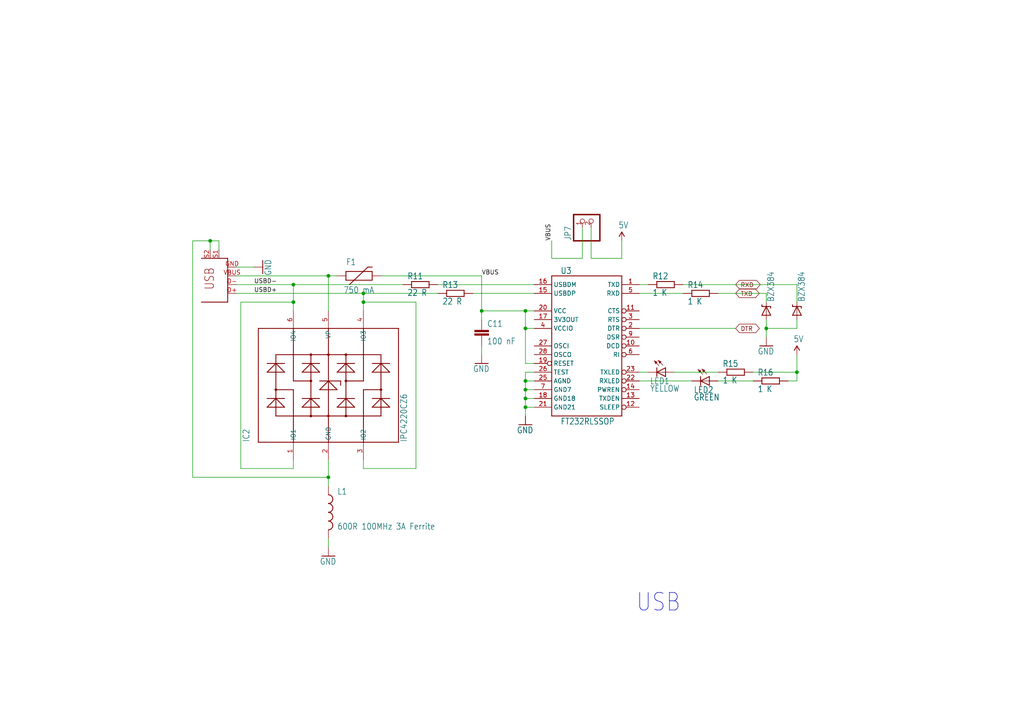
<source format=kicad_sch>
(kicad_sch
	(version 20231120)
	(generator "eeschema")
	(generator_version "8.0")
	(uuid "2964cfff-96f2-499d-a2a3-8517b5dea175")
	(paper "A4")
	(lib_symbols
		(symbol "sim-daq-eagle-import:5V"
			(power)
			(exclude_from_sim no)
			(in_bom yes)
			(on_board yes)
			(property "Reference" "#SUPPLY"
				(at 0 0 0)
				(effects
					(font
						(size 1.27 1.27)
					)
					(hide yes)
				)
			)
			(property "Value" ""
				(at -1.016 3.556 0)
				(effects
					(font
						(size 1.778 1.5113)
					)
					(justify left bottom)
				)
			)
			(property "Footprint" ""
				(at 0 0 0)
				(effects
					(font
						(size 1.27 1.27)
					)
					(hide yes)
				)
			)
			(property "Datasheet" ""
				(at 0 0 0)
				(effects
					(font
						(size 1.27 1.27)
					)
					(hide yes)
				)
			)
			(property "Description" ""
				(at 0 0 0)
				(effects
					(font
						(size 1.27 1.27)
					)
					(hide yes)
				)
			)
			(property "ki_locked" ""
				(at 0 0 0)
				(effects
					(font
						(size 1.27 1.27)
					)
				)
			)
			(symbol "5V_1_0"
				(polyline
					(pts
						(xy 0 2.54) (xy -0.762 1.27)
					)
					(stroke
						(width 0.254)
						(type solid)
					)
					(fill
						(type none)
					)
				)
				(polyline
					(pts
						(xy 0.762 1.27) (xy 0 2.54)
					)
					(stroke
						(width 0.254)
						(type solid)
					)
					(fill
						(type none)
					)
				)
				(pin power_in line
					(at 0 0 90)
					(length 2.54)
					(name "5V"
						(effects
							(font
								(size 0 0)
							)
						)
					)
					(number "1"
						(effects
							(font
								(size 0 0)
							)
						)
					)
				)
			)
		)
		(symbol "sim-daq-eagle-import:C-EUC0805"
			(exclude_from_sim no)
			(in_bom yes)
			(on_board yes)
			(property "Reference" "C"
				(at 1.524 0.381 0)
				(effects
					(font
						(size 1.778 1.5113)
					)
					(justify left bottom)
				)
			)
			(property "Value" ""
				(at 1.524 -4.699 0)
				(effects
					(font
						(size 1.778 1.5113)
					)
					(justify left bottom)
				)
			)
			(property "Footprint" "sim-daq:C0805"
				(at 0 0 0)
				(effects
					(font
						(size 1.27 1.27)
					)
					(hide yes)
				)
			)
			(property "Datasheet" ""
				(at 0 0 0)
				(effects
					(font
						(size 1.27 1.27)
					)
					(hide yes)
				)
			)
			(property "Description" "CAPACITOR, European symbol"
				(at 0 0 0)
				(effects
					(font
						(size 1.27 1.27)
					)
					(hide yes)
				)
			)
			(property "ki_locked" ""
				(at 0 0 0)
				(effects
					(font
						(size 1.27 1.27)
					)
				)
			)
			(symbol "C-EUC0805_1_0"
				(rectangle
					(start -2.032 -2.032)
					(end 2.032 -1.524)
					(stroke
						(width 0)
						(type default)
					)
					(fill
						(type outline)
					)
				)
				(rectangle
					(start -2.032 -1.016)
					(end 2.032 -0.508)
					(stroke
						(width 0)
						(type default)
					)
					(fill
						(type outline)
					)
				)
				(polyline
					(pts
						(xy 0 -2.54) (xy 0 -2.032)
					)
					(stroke
						(width 0.1524)
						(type solid)
					)
					(fill
						(type none)
					)
				)
				(polyline
					(pts
						(xy 0 0) (xy 0 -0.508)
					)
					(stroke
						(width 0.1524)
						(type solid)
					)
					(fill
						(type none)
					)
				)
				(pin passive line
					(at 0 2.54 270)
					(length 2.54)
					(name "1"
						(effects
							(font
								(size 0 0)
							)
						)
					)
					(number "1"
						(effects
							(font
								(size 0 0)
							)
						)
					)
				)
				(pin passive line
					(at 0 -5.08 90)
					(length 2.54)
					(name "2"
						(effects
							(font
								(size 0 0)
							)
						)
					)
					(number "2"
						(effects
							(font
								(size 0 0)
							)
						)
					)
				)
			)
		)
		(symbol "sim-daq-eagle-import:DIODE-ZENER-BZT52"
			(exclude_from_sim no)
			(in_bom yes)
			(on_board yes)
			(property "Reference" ""
				(at 2.54 0.4826 0)
				(effects
					(font
						(size 1.778 1.5113)
					)
					(justify left bottom)
					(hide yes)
				)
			)
			(property "Value" ""
				(at 2.54 -2.3114 0)
				(effects
					(font
						(size 1.778 1.5113)
					)
					(justify left bottom)
				)
			)
			(property "Footprint" "sim-daq:SOD-323"
				(at 0 0 0)
				(effects
					(font
						(size 1.27 1.27)
					)
					(hide yes)
				)
			)
			(property "Datasheet" ""
				(at 0 0 0)
				(effects
					(font
						(size 1.27 1.27)
					)
					(hide yes)
				)
			)
			(property "Description" "Zener Diode Production Part - 8199 3.4V Zener Voltage"
				(at 0 0 0)
				(effects
					(font
						(size 1.27 1.27)
					)
					(hide yes)
				)
			)
			(property "ki_locked" ""
				(at 0 0 0)
				(effects
					(font
						(size 1.27 1.27)
					)
				)
			)
			(symbol "DIODE-ZENER-BZT52_1_0"
				(polyline
					(pts
						(xy -1.27 -1.27) (xy 1.27 0)
					)
					(stroke
						(width 0.254)
						(type solid)
					)
					(fill
						(type none)
					)
				)
				(polyline
					(pts
						(xy -1.27 1.27) (xy -1.27 -1.27)
					)
					(stroke
						(width 0.254)
						(type solid)
					)
					(fill
						(type none)
					)
				)
				(polyline
					(pts
						(xy 1.27 -1.27) (xy 0.762 -1.27)
					)
					(stroke
						(width 0.254)
						(type solid)
					)
					(fill
						(type none)
					)
				)
				(polyline
					(pts
						(xy 1.27 0) (xy -1.27 1.27)
					)
					(stroke
						(width 0.254)
						(type solid)
					)
					(fill
						(type none)
					)
				)
				(polyline
					(pts
						(xy 1.27 0) (xy 1.27 -1.27)
					)
					(stroke
						(width 0.254)
						(type solid)
					)
					(fill
						(type none)
					)
				)
				(polyline
					(pts
						(xy 1.27 1.27) (xy 1.27 0)
					)
					(stroke
						(width 0.254)
						(type solid)
					)
					(fill
						(type none)
					)
				)
				(polyline
					(pts
						(xy 1.27 1.27) (xy 1.778 1.27)
					)
					(stroke
						(width 0.254)
						(type solid)
					)
					(fill
						(type none)
					)
				)
				(pin passive line
					(at -2.54 0 0)
					(length 2.54)
					(name "A"
						(effects
							(font
								(size 0 0)
							)
						)
					)
					(number "A"
						(effects
							(font
								(size 0 0)
							)
						)
					)
				)
				(pin passive line
					(at 2.54 0 180)
					(length 2.54)
					(name "C"
						(effects
							(font
								(size 0 0)
							)
						)
					)
					(number "C"
						(effects
							(font
								(size 0 0)
							)
						)
					)
				)
			)
		)
		(symbol "sim-daq-eagle-import:FT232RLSSOP"
			(exclude_from_sim no)
			(in_bom yes)
			(on_board yes)
			(property "Reference" "U"
				(at -7.62 20.828 0)
				(effects
					(font
						(size 1.778 1.5113)
					)
					(justify left bottom)
				)
			)
			(property "Value" ""
				(at -7.62 -22.86 0)
				(effects
					(font
						(size 1.778 1.5113)
					)
					(justify left bottom)
				)
			)
			(property "Footprint" "sim-daq:SSOP28DB"
				(at 0 0 0)
				(effects
					(font
						(size 1.27 1.27)
					)
					(hide yes)
				)
			)
			(property "Datasheet" ""
				(at 0 0 0)
				(effects
					(font
						(size 1.27 1.27)
					)
					(hide yes)
				)
			)
			(property "Description" "USB UART FT232RL 4th Generation USB UART (USB &lt;-&gt; Serial) Controller.\nSpark Fun Electronics SKU : COM-00650\nProduction SKU IC-00870"
				(at 0 0 0)
				(effects
					(font
						(size 1.27 1.27)
					)
					(hide yes)
				)
			)
			(property "ki_locked" ""
				(at 0 0 0)
				(effects
					(font
						(size 1.27 1.27)
					)
				)
			)
			(symbol "FT232RLSSOP_1_0"
				(polyline
					(pts
						(xy -10.16 -20.32) (xy -10.16 20.32)
					)
					(stroke
						(width 0.254)
						(type solid)
					)
					(fill
						(type none)
					)
				)
				(polyline
					(pts
						(xy -10.16 20.32) (xy 10.16 20.32)
					)
					(stroke
						(width 0.254)
						(type solid)
					)
					(fill
						(type none)
					)
				)
				(polyline
					(pts
						(xy 10.16 -20.32) (xy -10.16 -20.32)
					)
					(stroke
						(width 0.254)
						(type solid)
					)
					(fill
						(type none)
					)
				)
				(polyline
					(pts
						(xy 10.16 20.32) (xy 10.16 -20.32)
					)
					(stroke
						(width 0.254)
						(type solid)
					)
					(fill
						(type none)
					)
				)
				(pin output line
					(at 15.24 17.78 180)
					(length 5.08)
					(name "TXD"
						(effects
							(font
								(size 1.27 1.27)
							)
						)
					)
					(number "1"
						(effects
							(font
								(size 1.27 1.27)
							)
						)
					)
				)
				(pin input inverted
					(at 15.24 0 180)
					(length 5.08)
					(name "DCD"
						(effects
							(font
								(size 1.27 1.27)
							)
						)
					)
					(number "10"
						(effects
							(font
								(size 1.27 1.27)
							)
						)
					)
				)
				(pin input inverted
					(at 15.24 10.16 180)
					(length 5.08)
					(name "CTS"
						(effects
							(font
								(size 1.27 1.27)
							)
						)
					)
					(number "11"
						(effects
							(font
								(size 1.27 1.27)
							)
						)
					)
				)
				(pin input inverted
					(at 15.24 -17.78 180)
					(length 5.08)
					(name "SLEEP"
						(effects
							(font
								(size 1.27 1.27)
							)
						)
					)
					(number "12"
						(effects
							(font
								(size 1.27 1.27)
							)
						)
					)
				)
				(pin input line
					(at 15.24 -15.24 180)
					(length 5.08)
					(name "TXDEN"
						(effects
							(font
								(size 1.27 1.27)
							)
						)
					)
					(number "13"
						(effects
							(font
								(size 1.27 1.27)
							)
						)
					)
				)
				(pin input inverted
					(at 15.24 -12.7 180)
					(length 5.08)
					(name "PWREN"
						(effects
							(font
								(size 1.27 1.27)
							)
						)
					)
					(number "14"
						(effects
							(font
								(size 1.27 1.27)
							)
						)
					)
				)
				(pin bidirectional line
					(at -15.24 15.24 0)
					(length 5.08)
					(name "USBDP"
						(effects
							(font
								(size 1.27 1.27)
							)
						)
					)
					(number "15"
						(effects
							(font
								(size 1.27 1.27)
							)
						)
					)
				)
				(pin bidirectional line
					(at -15.24 17.78 0)
					(length 5.08)
					(name "USBDM"
						(effects
							(font
								(size 1.27 1.27)
							)
						)
					)
					(number "16"
						(effects
							(font
								(size 1.27 1.27)
							)
						)
					)
				)
				(pin output line
					(at -15.24 7.62 0)
					(length 5.08)
					(name "3V3OUT"
						(effects
							(font
								(size 1.27 1.27)
							)
						)
					)
					(number "17"
						(effects
							(font
								(size 1.27 1.27)
							)
						)
					)
				)
				(pin power_in line
					(at -15.24 -15.24 0)
					(length 5.08)
					(name "GND18"
						(effects
							(font
								(size 1.27 1.27)
							)
						)
					)
					(number "18"
						(effects
							(font
								(size 1.27 1.27)
							)
						)
					)
				)
				(pin input inverted
					(at -15.24 -5.08 0)
					(length 5.08)
					(name "RESET"
						(effects
							(font
								(size 1.27 1.27)
							)
						)
					)
					(number "19"
						(effects
							(font
								(size 1.27 1.27)
							)
						)
					)
				)
				(pin output inverted
					(at 15.24 5.08 180)
					(length 5.08)
					(name "DTR"
						(effects
							(font
								(size 1.27 1.27)
							)
						)
					)
					(number "2"
						(effects
							(font
								(size 1.27 1.27)
							)
						)
					)
				)
				(pin power_in line
					(at -15.24 10.16 0)
					(length 5.08)
					(name "VCC"
						(effects
							(font
								(size 1.27 1.27)
							)
						)
					)
					(number "20"
						(effects
							(font
								(size 1.27 1.27)
							)
						)
					)
				)
				(pin power_in line
					(at -15.24 -17.78 0)
					(length 5.08)
					(name "GND21"
						(effects
							(font
								(size 1.27 1.27)
							)
						)
					)
					(number "21"
						(effects
							(font
								(size 1.27 1.27)
							)
						)
					)
				)
				(pin input inverted
					(at 15.24 -10.16 180)
					(length 5.08)
					(name "RXLED"
						(effects
							(font
								(size 1.27 1.27)
							)
						)
					)
					(number "22"
						(effects
							(font
								(size 1.27 1.27)
							)
						)
					)
				)
				(pin input inverted
					(at 15.24 -7.62 180)
					(length 5.08)
					(name "TXLED"
						(effects
							(font
								(size 1.27 1.27)
							)
						)
					)
					(number "23"
						(effects
							(font
								(size 1.27 1.27)
							)
						)
					)
				)
				(pin power_in line
					(at -15.24 -10.16 0)
					(length 5.08)
					(name "AGND"
						(effects
							(font
								(size 1.27 1.27)
							)
						)
					)
					(number "25"
						(effects
							(font
								(size 1.27 1.27)
							)
						)
					)
				)
				(pin input line
					(at -15.24 -7.62 0)
					(length 5.08)
					(name "TEST"
						(effects
							(font
								(size 1.27 1.27)
							)
						)
					)
					(number "26"
						(effects
							(font
								(size 1.27 1.27)
							)
						)
					)
				)
				(pin input line
					(at -15.24 0 0)
					(length 5.08)
					(name "OSCI"
						(effects
							(font
								(size 1.27 1.27)
							)
						)
					)
					(number "27"
						(effects
							(font
								(size 1.27 1.27)
							)
						)
					)
				)
				(pin output line
					(at -15.24 -2.54 0)
					(length 5.08)
					(name "OSCO"
						(effects
							(font
								(size 1.27 1.27)
							)
						)
					)
					(number "28"
						(effects
							(font
								(size 1.27 1.27)
							)
						)
					)
				)
				(pin output inverted
					(at 15.24 7.62 180)
					(length 5.08)
					(name "RTS"
						(effects
							(font
								(size 1.27 1.27)
							)
						)
					)
					(number "3"
						(effects
							(font
								(size 1.27 1.27)
							)
						)
					)
				)
				(pin power_in line
					(at -15.24 5.08 0)
					(length 5.08)
					(name "VCCIO"
						(effects
							(font
								(size 1.27 1.27)
							)
						)
					)
					(number "4"
						(effects
							(font
								(size 1.27 1.27)
							)
						)
					)
				)
				(pin input line
					(at 15.24 15.24 180)
					(length 5.08)
					(name "RXD"
						(effects
							(font
								(size 1.27 1.27)
							)
						)
					)
					(number "5"
						(effects
							(font
								(size 1.27 1.27)
							)
						)
					)
				)
				(pin input inverted
					(at 15.24 -2.54 180)
					(length 5.08)
					(name "RI"
						(effects
							(font
								(size 1.27 1.27)
							)
						)
					)
					(number "6"
						(effects
							(font
								(size 1.27 1.27)
							)
						)
					)
				)
				(pin power_in line
					(at -15.24 -12.7 0)
					(length 5.08)
					(name "GND7"
						(effects
							(font
								(size 1.27 1.27)
							)
						)
					)
					(number "7"
						(effects
							(font
								(size 1.27 1.27)
							)
						)
					)
				)
				(pin input inverted
					(at 15.24 2.54 180)
					(length 5.08)
					(name "DSR"
						(effects
							(font
								(size 1.27 1.27)
							)
						)
					)
					(number "9"
						(effects
							(font
								(size 1.27 1.27)
							)
						)
					)
				)
			)
		)
		(symbol "sim-daq-eagle-import:GND"
			(power)
			(exclude_from_sim no)
			(in_bom yes)
			(on_board yes)
			(property "Reference" "#GND"
				(at 0 0 0)
				(effects
					(font
						(size 1.27 1.27)
					)
					(hide yes)
				)
			)
			(property "Value" ""
				(at -2.54 -2.54 0)
				(effects
					(font
						(size 1.778 1.5113)
					)
					(justify left bottom)
				)
			)
			(property "Footprint" ""
				(at 0 0 0)
				(effects
					(font
						(size 1.27 1.27)
					)
					(hide yes)
				)
			)
			(property "Datasheet" ""
				(at 0 0 0)
				(effects
					(font
						(size 1.27 1.27)
					)
					(hide yes)
				)
			)
			(property "Description" "SUPPLY SYMBOL"
				(at 0 0 0)
				(effects
					(font
						(size 1.27 1.27)
					)
					(hide yes)
				)
			)
			(property "ki_locked" ""
				(at 0 0 0)
				(effects
					(font
						(size 1.27 1.27)
					)
				)
			)
			(symbol "GND_1_0"
				(polyline
					(pts
						(xy -1.905 0) (xy 1.905 0)
					)
					(stroke
						(width 0.254)
						(type solid)
					)
					(fill
						(type none)
					)
				)
				(pin power_in line
					(at 0 2.54 270)
					(length 2.54)
					(name "GND"
						(effects
							(font
								(size 0 0)
							)
						)
					)
					(number "1"
						(effects
							(font
								(size 0 0)
							)
						)
					)
				)
			)
		)
		(symbol "sim-daq-eagle-import:INDUCTOR1210"
			(exclude_from_sim no)
			(in_bom yes)
			(on_board yes)
			(property "Reference" "L"
				(at 2.54 5.08 0)
				(effects
					(font
						(size 1.778 1.5113)
					)
					(justify left bottom)
				)
			)
			(property "Value" ""
				(at 2.54 -5.08 0)
				(effects
					(font
						(size 1.778 1.5113)
					)
					(justify left bottom)
				)
			)
			(property "Footprint" "sim-daq:1210"
				(at 0 0 0)
				(effects
					(font
						(size 1.27 1.27)
					)
					(hide yes)
				)
			)
			(property "Datasheet" ""
				(at 0 0 0)
				(effects
					(font
						(size 1.27 1.27)
					)
					(hide yes)
				)
			)
			(property "Description" "Inductors\n\nBasic Inductor/Choke - 0603 and 1206. Footprints are not proven and vary greatly between part numbers.\nSRN6045- 33uH, 20% 1.4A SDR0403-560KL - 56uH, 10%, 500mA RMS/740mA peak"
				(at 0 0 0)
				(effects
					(font
						(size 1.27 1.27)
					)
					(hide yes)
				)
			)
			(property "ki_locked" ""
				(at 0 0 0)
				(effects
					(font
						(size 1.27 1.27)
					)
				)
			)
			(symbol "INDUCTOR1210_1_0"
				(arc
					(start 0 -5.08)
					(mid 0.898 -4.708)
					(end 1.27 -3.81)
					(stroke
						(width 0.254)
						(type solid)
					)
					(fill
						(type none)
					)
				)
				(arc
					(start 0 -2.54)
					(mid 0.898 -2.168)
					(end 1.27 -1.27)
					(stroke
						(width 0.254)
						(type solid)
					)
					(fill
						(type none)
					)
				)
				(arc
					(start 0 0)
					(mid 0.898 0.372)
					(end 1.27 1.27)
					(stroke
						(width 0.254)
						(type solid)
					)
					(fill
						(type none)
					)
				)
				(arc
					(start 0 2.54)
					(mid 0.898 2.912)
					(end 1.27 3.81)
					(stroke
						(width 0.254)
						(type solid)
					)
					(fill
						(type none)
					)
				)
				(arc
					(start 1.27 -3.81)
					(mid 0.898 -2.912)
					(end 0 -2.54)
					(stroke
						(width 0.254)
						(type solid)
					)
					(fill
						(type none)
					)
				)
				(arc
					(start 1.27 -1.27)
					(mid 0.898 -0.372)
					(end 0 0)
					(stroke
						(width 0.254)
						(type solid)
					)
					(fill
						(type none)
					)
				)
				(arc
					(start 1.27 1.27)
					(mid 0.898 2.168)
					(end 0 2.54)
					(stroke
						(width 0.254)
						(type solid)
					)
					(fill
						(type none)
					)
				)
				(arc
					(start 1.27 3.81)
					(mid 0.898 4.708)
					(end 0 5.08)
					(stroke
						(width 0.254)
						(type solid)
					)
					(fill
						(type none)
					)
				)
				(pin passive line
					(at 0 7.62 270)
					(length 2.54)
					(name "1"
						(effects
							(font
								(size 0 0)
							)
						)
					)
					(number "1"
						(effects
							(font
								(size 0 0)
							)
						)
					)
				)
				(pin passive line
					(at 0 -7.62 90)
					(length 2.54)
					(name "2"
						(effects
							(font
								(size 0 0)
							)
						)
					)
					(number "2"
						(effects
							(font
								(size 0 0)
							)
						)
					)
				)
			)
		)
		(symbol "sim-daq-eagle-import:IPC4220CZ6"
			(exclude_from_sim no)
			(in_bom yes)
			(on_board yes)
			(property "Reference" "IC"
				(at -22.86 -15.24 90)
				(effects
					(font
						(size 1.778 1.5113)
					)
					(justify left bottom)
				)
			)
			(property "Value" ""
				(at 22.86 -15.24 90)
				(effects
					(font
						(size 1.778 1.5113)
					)
					(justify left bottom)
				)
			)
			(property "Footprint" "sim-daq:TSOP-6"
				(at 0 0 0)
				(effects
					(font
						(size 1.27 1.27)
					)
					(hide yes)
				)
			)
			(property "Datasheet" ""
				(at 0 0 0)
				(effects
					(font
						(size 1.27 1.27)
					)
					(hide yes)
				)
			)
			(property "Description" ""
				(at 0 0 0)
				(effects
					(font
						(size 1.27 1.27)
					)
					(hide yes)
				)
			)
			(property "ki_locked" ""
				(at 0 0 0)
				(effects
					(font
						(size 1.27 1.27)
					)
				)
			)
			(symbol "IPC4220CZ6_1_0"
				(circle
					(center -15.24 0)
					(radius 0.254)
					(stroke
						(width 0.254)
						(type solid)
					)
					(fill
						(type none)
					)
				)
				(circle
					(center -5.08 -7.62)
					(radius 0.254)
					(stroke
						(width 0.254)
						(type solid)
					)
					(fill
						(type none)
					)
				)
				(circle
					(center -5.08 2.54)
					(radius 0.254)
					(stroke
						(width 0.254)
						(type solid)
					)
					(fill
						(type none)
					)
				)
				(circle
					(center -5.08 10.16)
					(radius 0.254)
					(stroke
						(width 0.254)
						(type solid)
					)
					(fill
						(type none)
					)
				)
				(circle
					(center 0 -7.62)
					(radius 0.254)
					(stroke
						(width 0.254)
						(type solid)
					)
					(fill
						(type none)
					)
				)
				(polyline
					(pts
						(xy -20.32 -15.24) (xy 20.32 -15.24)
					)
					(stroke
						(width 0.254)
						(type solid)
					)
					(fill
						(type none)
					)
				)
				(polyline
					(pts
						(xy -20.32 17.78) (xy -20.32 -15.24)
					)
					(stroke
						(width 0.254)
						(type solid)
					)
					(fill
						(type none)
					)
				)
				(polyline
					(pts
						(xy -17.78 -5.08) (xy -12.7 -5.08)
					)
					(stroke
						(width 0.254)
						(type solid)
					)
					(fill
						(type none)
					)
				)
				(polyline
					(pts
						(xy -17.78 -2.54) (xy -15.24 -2.54)
					)
					(stroke
						(width 0.254)
						(type solid)
					)
					(fill
						(type none)
					)
				)
				(polyline
					(pts
						(xy -17.78 5.08) (xy -12.7 5.08)
					)
					(stroke
						(width 0.254)
						(type solid)
					)
					(fill
						(type none)
					)
				)
				(polyline
					(pts
						(xy -17.78 7.62) (xy -12.7 7.62)
					)
					(stroke
						(width 0.254)
						(type solid)
					)
					(fill
						(type none)
					)
				)
				(polyline
					(pts
						(xy -15.24 -7.62) (xy -5.08 -7.62)
					)
					(stroke
						(width 0.254)
						(type solid)
					)
					(fill
						(type none)
					)
				)
				(polyline
					(pts
						(xy -15.24 -2.54) (xy -17.78 -5.08)
					)
					(stroke
						(width 0.254)
						(type solid)
					)
					(fill
						(type none)
					)
				)
				(polyline
					(pts
						(xy -15.24 -2.54) (xy -15.24 -7.62)
					)
					(stroke
						(width 0.254)
						(type solid)
					)
					(fill
						(type none)
					)
				)
				(polyline
					(pts
						(xy -15.24 -2.54) (xy -12.7 -2.54)
					)
					(stroke
						(width 0.254)
						(type solid)
					)
					(fill
						(type none)
					)
				)
				(polyline
					(pts
						(xy -15.24 0) (xy -15.24 -2.54)
					)
					(stroke
						(width 0.254)
						(type solid)
					)
					(fill
						(type none)
					)
				)
				(polyline
					(pts
						(xy -15.24 0) (xy -10.16 0)
					)
					(stroke
						(width 0.254)
						(type solid)
					)
					(fill
						(type none)
					)
				)
				(polyline
					(pts
						(xy -15.24 7.62) (xy -17.78 5.08)
					)
					(stroke
						(width 0.254)
						(type solid)
					)
					(fill
						(type none)
					)
				)
				(polyline
					(pts
						(xy -15.24 7.62) (xy -15.24 0)
					)
					(stroke
						(width 0.254)
						(type solid)
					)
					(fill
						(type none)
					)
				)
				(polyline
					(pts
						(xy -15.24 10.16) (xy -15.24 7.62)
					)
					(stroke
						(width 0.254)
						(type solid)
					)
					(fill
						(type none)
					)
				)
				(polyline
					(pts
						(xy -15.24 10.16) (xy -5.08 10.16)
					)
					(stroke
						(width 0.254)
						(type solid)
					)
					(fill
						(type none)
					)
				)
				(polyline
					(pts
						(xy -12.7 -5.08) (xy -15.24 -2.54)
					)
					(stroke
						(width 0.254)
						(type solid)
					)
					(fill
						(type none)
					)
				)
				(polyline
					(pts
						(xy -12.7 5.08) (xy -15.24 7.62)
					)
					(stroke
						(width 0.254)
						(type solid)
					)
					(fill
						(type none)
					)
				)
				(polyline
					(pts
						(xy -10.16 0) (xy -10.16 -15.24)
					)
					(stroke
						(width 0.254)
						(type solid)
					)
					(fill
						(type none)
					)
				)
				(polyline
					(pts
						(xy -10.16 2.54) (xy -10.16 17.78)
					)
					(stroke
						(width 0.254)
						(type solid)
					)
					(fill
						(type none)
					)
				)
				(polyline
					(pts
						(xy -7.62 -5.08) (xy -2.54 -5.08)
					)
					(stroke
						(width 0.254)
						(type solid)
					)
					(fill
						(type none)
					)
				)
				(polyline
					(pts
						(xy -7.62 -2.54) (xy -5.08 -2.54)
					)
					(stroke
						(width 0.254)
						(type solid)
					)
					(fill
						(type none)
					)
				)
				(polyline
					(pts
						(xy -7.62 5.08) (xy -2.54 5.08)
					)
					(stroke
						(width 0.254)
						(type solid)
					)
					(fill
						(type none)
					)
				)
				(polyline
					(pts
						(xy -7.62 7.62) (xy -5.08 7.62)
					)
					(stroke
						(width 0.254)
						(type solid)
					)
					(fill
						(type none)
					)
				)
				(polyline
					(pts
						(xy -5.08 -7.62) (xy 5.08 -7.62)
					)
					(stroke
						(width 0.254)
						(type solid)
					)
					(fill
						(type none)
					)
				)
				(polyline
					(pts
						(xy -5.08 -2.54) (xy -7.62 -5.08)
					)
					(stroke
						(width 0.254)
						(type solid)
					)
					(fill
						(type none)
					)
				)
				(polyline
					(pts
						(xy -5.08 -2.54) (xy -5.08 -7.62)
					)
					(stroke
						(width 0.254)
						(type solid)
					)
					(fill
						(type none)
					)
				)
				(polyline
					(pts
						(xy -5.08 -2.54) (xy -2.54 -2.54)
					)
					(stroke
						(width 0.254)
						(type solid)
					)
					(fill
						(type none)
					)
				)
				(polyline
					(pts
						(xy -5.08 2.54) (xy -10.16 2.54)
					)
					(stroke
						(width 0.254)
						(type solid)
					)
					(fill
						(type none)
					)
				)
				(polyline
					(pts
						(xy -5.08 2.54) (xy -5.08 -2.54)
					)
					(stroke
						(width 0.254)
						(type solid)
					)
					(fill
						(type none)
					)
				)
				(polyline
					(pts
						(xy -5.08 7.62) (xy -7.62 5.08)
					)
					(stroke
						(width 0.254)
						(type solid)
					)
					(fill
						(type none)
					)
				)
				(polyline
					(pts
						(xy -5.08 7.62) (xy -5.08 2.54)
					)
					(stroke
						(width 0.254)
						(type solid)
					)
					(fill
						(type none)
					)
				)
				(polyline
					(pts
						(xy -5.08 7.62) (xy -2.54 7.62)
					)
					(stroke
						(width 0.254)
						(type solid)
					)
					(fill
						(type none)
					)
				)
				(polyline
					(pts
						(xy -5.08 10.16) (xy -5.08 7.62)
					)
					(stroke
						(width 0.254)
						(type solid)
					)
					(fill
						(type none)
					)
				)
				(polyline
					(pts
						(xy -5.08 10.16) (xy 5.08 10.16)
					)
					(stroke
						(width 0.254)
						(type solid)
					)
					(fill
						(type none)
					)
				)
				(polyline
					(pts
						(xy -2.54 -5.08) (xy -5.08 -2.54)
					)
					(stroke
						(width 0.254)
						(type solid)
					)
					(fill
						(type none)
					)
				)
				(polyline
					(pts
						(xy -2.54 0) (xy 2.54 0)
					)
					(stroke
						(width 0.254)
						(type solid)
					)
					(fill
						(type none)
					)
				)
				(polyline
					(pts
						(xy -2.54 2.54) (xy 0 2.54)
					)
					(stroke
						(width 0.254)
						(type solid)
					)
					(fill
						(type none)
					)
				)
				(polyline
					(pts
						(xy -2.54 5.08) (xy -5.08 7.62)
					)
					(stroke
						(width 0.254)
						(type solid)
					)
					(fill
						(type none)
					)
				)
				(polyline
					(pts
						(xy 0 2.54) (xy -2.54 0)
					)
					(stroke
						(width 0.254)
						(type solid)
					)
					(fill
						(type none)
					)
				)
				(polyline
					(pts
						(xy 0 2.54) (xy 0 -15.24)
					)
					(stroke
						(width 0.254)
						(type solid)
					)
					(fill
						(type none)
					)
				)
				(polyline
					(pts
						(xy 0 2.54) (xy 0 17.78)
					)
					(stroke
						(width 0.254)
						(type solid)
					)
					(fill
						(type none)
					)
				)
				(polyline
					(pts
						(xy 0 2.54) (xy 3.556 2.54)
					)
					(stroke
						(width 0.254)
						(type solid)
					)
					(fill
						(type none)
					)
				)
				(polyline
					(pts
						(xy 2.54 -5.08) (xy 7.62 -5.08)
					)
					(stroke
						(width 0.254)
						(type solid)
					)
					(fill
						(type none)
					)
				)
				(polyline
					(pts
						(xy 2.54 -2.54) (xy 5.08 -2.54)
					)
					(stroke
						(width 0.254)
						(type solid)
					)
					(fill
						(type none)
					)
				)
				(polyline
					(pts
						(xy 2.54 0) (xy 0 2.54)
					)
					(stroke
						(width 0.254)
						(type solid)
					)
					(fill
						(type none)
					)
				)
				(polyline
					(pts
						(xy 2.54 5.08) (xy 7.62 5.08)
					)
					(stroke
						(width 0.254)
						(type solid)
					)
					(fill
						(type none)
					)
				)
				(polyline
					(pts
						(xy 2.54 7.62) (xy 5.08 7.62)
					)
					(stroke
						(width 0.254)
						(type solid)
					)
					(fill
						(type none)
					)
				)
				(polyline
					(pts
						(xy 3.556 2.54) (xy 3.556 1.27)
					)
					(stroke
						(width 0.254)
						(type solid)
					)
					(fill
						(type none)
					)
				)
				(polyline
					(pts
						(xy 5.08 -7.62) (xy 15.24 -7.62)
					)
					(stroke
						(width 0.254)
						(type solid)
					)
					(fill
						(type none)
					)
				)
				(polyline
					(pts
						(xy 5.08 -2.54) (xy 2.54 -5.08)
					)
					(stroke
						(width 0.254)
						(type solid)
					)
					(fill
						(type none)
					)
				)
				(polyline
					(pts
						(xy 5.08 -2.54) (xy 5.08 -7.62)
					)
					(stroke
						(width 0.254)
						(type solid)
					)
					(fill
						(type none)
					)
				)
				(polyline
					(pts
						(xy 5.08 -2.54) (xy 7.62 -2.54)
					)
					(stroke
						(width 0.254)
						(type solid)
					)
					(fill
						(type none)
					)
				)
				(polyline
					(pts
						(xy 5.08 2.54) (xy 5.08 -2.54)
					)
					(stroke
						(width 0.254)
						(type solid)
					)
					(fill
						(type none)
					)
				)
				(polyline
					(pts
						(xy 5.08 2.54) (xy 10.16 2.54)
					)
					(stroke
						(width 0.254)
						(type solid)
					)
					(fill
						(type none)
					)
				)
				(polyline
					(pts
						(xy 5.08 7.62) (xy 2.54 5.08)
					)
					(stroke
						(width 0.254)
						(type solid)
					)
					(fill
						(type none)
					)
				)
				(polyline
					(pts
						(xy 5.08 7.62) (xy 5.08 2.54)
					)
					(stroke
						(width 0.254)
						(type solid)
					)
					(fill
						(type none)
					)
				)
				(polyline
					(pts
						(xy 5.08 7.62) (xy 7.62 7.62)
					)
					(stroke
						(width 0.254)
						(type solid)
					)
					(fill
						(type none)
					)
				)
				(polyline
					(pts
						(xy 5.08 10.16) (xy 5.08 7.62)
					)
					(stroke
						(width 0.254)
						(type solid)
					)
					(fill
						(type none)
					)
				)
				(polyline
					(pts
						(xy 5.08 10.16) (xy 10.16 10.16)
					)
					(stroke
						(width 0.254)
						(type solid)
					)
					(fill
						(type none)
					)
				)
				(polyline
					(pts
						(xy 7.62 -5.08) (xy 5.08 -2.54)
					)
					(stroke
						(width 0.254)
						(type solid)
					)
					(fill
						(type none)
					)
				)
				(polyline
					(pts
						(xy 7.62 5.08) (xy 5.08 7.62)
					)
					(stroke
						(width 0.254)
						(type solid)
					)
					(fill
						(type none)
					)
				)
				(polyline
					(pts
						(xy 10.16 0) (xy 10.16 -15.24)
					)
					(stroke
						(width 0.254)
						(type solid)
					)
					(fill
						(type none)
					)
				)
				(polyline
					(pts
						(xy 10.16 2.54) (xy 10.16 10.16)
					)
					(stroke
						(width 0.254)
						(type solid)
					)
					(fill
						(type none)
					)
				)
				(polyline
					(pts
						(xy 10.16 10.16) (xy 10.16 17.78)
					)
					(stroke
						(width 0.254)
						(type solid)
					)
					(fill
						(type none)
					)
				)
				(polyline
					(pts
						(xy 10.16 10.16) (xy 15.24 10.16)
					)
					(stroke
						(width 0.254)
						(type solid)
					)
					(fill
						(type none)
					)
				)
				(polyline
					(pts
						(xy 12.7 -5.08) (xy 17.78 -5.08)
					)
					(stroke
						(width 0.254)
						(type solid)
					)
					(fill
						(type none)
					)
				)
				(polyline
					(pts
						(xy 12.7 -2.54) (xy 15.24 -2.54)
					)
					(stroke
						(width 0.254)
						(type solid)
					)
					(fill
						(type none)
					)
				)
				(polyline
					(pts
						(xy 12.7 5.08) (xy 17.78 5.08)
					)
					(stroke
						(width 0.254)
						(type solid)
					)
					(fill
						(type none)
					)
				)
				(polyline
					(pts
						(xy 12.7 7.62) (xy 15.24 7.62)
					)
					(stroke
						(width 0.254)
						(type solid)
					)
					(fill
						(type none)
					)
				)
				(polyline
					(pts
						(xy 15.24 -2.54) (xy 12.7 -5.08)
					)
					(stroke
						(width 0.254)
						(type solid)
					)
					(fill
						(type none)
					)
				)
				(polyline
					(pts
						(xy 15.24 -2.54) (xy 15.24 -7.62)
					)
					(stroke
						(width 0.254)
						(type solid)
					)
					(fill
						(type none)
					)
				)
				(polyline
					(pts
						(xy 15.24 -2.54) (xy 17.78 -2.54)
					)
					(stroke
						(width 0.254)
						(type solid)
					)
					(fill
						(type none)
					)
				)
				(polyline
					(pts
						(xy 15.24 0) (xy 10.16 0)
					)
					(stroke
						(width 0.254)
						(type solid)
					)
					(fill
						(type none)
					)
				)
				(polyline
					(pts
						(xy 15.24 0) (xy 15.24 -2.54)
					)
					(stroke
						(width 0.254)
						(type solid)
					)
					(fill
						(type none)
					)
				)
				(polyline
					(pts
						(xy 15.24 7.62) (xy 12.7 5.08)
					)
					(stroke
						(width 0.254)
						(type solid)
					)
					(fill
						(type none)
					)
				)
				(polyline
					(pts
						(xy 15.24 7.62) (xy 15.24 0)
					)
					(stroke
						(width 0.254)
						(type solid)
					)
					(fill
						(type none)
					)
				)
				(polyline
					(pts
						(xy 15.24 7.62) (xy 17.78 7.62)
					)
					(stroke
						(width 0.254)
						(type solid)
					)
					(fill
						(type none)
					)
				)
				(polyline
					(pts
						(xy 15.24 10.16) (xy 15.24 7.62)
					)
					(stroke
						(width 0.254)
						(type solid)
					)
					(fill
						(type none)
					)
				)
				(polyline
					(pts
						(xy 17.78 -5.08) (xy 15.24 -2.54)
					)
					(stroke
						(width 0.254)
						(type solid)
					)
					(fill
						(type none)
					)
				)
				(polyline
					(pts
						(xy 17.78 5.08) (xy 15.24 7.62)
					)
					(stroke
						(width 0.254)
						(type solid)
					)
					(fill
						(type none)
					)
				)
				(polyline
					(pts
						(xy 20.32 -15.24) (xy 20.32 17.78)
					)
					(stroke
						(width 0.254)
						(type solid)
					)
					(fill
						(type none)
					)
				)
				(polyline
					(pts
						(xy 20.32 17.78) (xy -20.32 17.78)
					)
					(stroke
						(width 0.254)
						(type solid)
					)
					(fill
						(type none)
					)
				)
				(circle
					(center 0 10.16)
					(radius 0.254)
					(stroke
						(width 0.254)
						(type solid)
					)
					(fill
						(type none)
					)
				)
				(circle
					(center 5.08 -7.62)
					(radius 0.254)
					(stroke
						(width 0.254)
						(type solid)
					)
					(fill
						(type none)
					)
				)
				(circle
					(center 5.08 2.54)
					(radius 0.254)
					(stroke
						(width 0.254)
						(type solid)
					)
					(fill
						(type none)
					)
				)
				(circle
					(center 5.08 10.16)
					(radius 0.254)
					(stroke
						(width 0.254)
						(type solid)
					)
					(fill
						(type none)
					)
				)
				(circle
					(center 15.24 0)
					(radius 0.254)
					(stroke
						(width 0.254)
						(type solid)
					)
					(fill
						(type none)
					)
				)
				(pin bidirectional line
					(at -10.16 -20.32 90)
					(length 5.08)
					(name "IO1"
						(effects
							(font
								(size 1.27 1.27)
							)
						)
					)
					(number "1"
						(effects
							(font
								(size 1.27 1.27)
							)
						)
					)
				)
				(pin bidirectional line
					(at 0 -20.32 90)
					(length 5.08)
					(name "GND"
						(effects
							(font
								(size 1.27 1.27)
							)
						)
					)
					(number "2"
						(effects
							(font
								(size 1.27 1.27)
							)
						)
					)
				)
				(pin bidirectional line
					(at 10.16 -20.32 90)
					(length 5.08)
					(name "IO2"
						(effects
							(font
								(size 1.27 1.27)
							)
						)
					)
					(number "3"
						(effects
							(font
								(size 1.27 1.27)
							)
						)
					)
				)
				(pin bidirectional line
					(at 10.16 22.86 270)
					(length 5.08)
					(name "IO3"
						(effects
							(font
								(size 1.27 1.27)
							)
						)
					)
					(number "4"
						(effects
							(font
								(size 1.27 1.27)
							)
						)
					)
				)
				(pin bidirectional line
					(at 0 22.86 270)
					(length 5.08)
					(name "VP"
						(effects
							(font
								(size 1.27 1.27)
							)
						)
					)
					(number "5"
						(effects
							(font
								(size 1.27 1.27)
							)
						)
					)
				)
				(pin bidirectional line
					(at -10.16 22.86 270)
					(length 5.08)
					(name "IO4"
						(effects
							(font
								(size 1.27 1.27)
							)
						)
					)
					(number "6"
						(effects
							(font
								(size 1.27 1.27)
							)
						)
					)
				)
			)
		)
		(symbol "sim-daq-eagle-import:LEDCHIPLED_0805"
			(exclude_from_sim no)
			(in_bom yes)
			(on_board yes)
			(property "Reference" "LED"
				(at 3.556 -4.572 90)
				(effects
					(font
						(size 1.778 1.5113)
					)
					(justify left bottom)
				)
			)
			(property "Value" ""
				(at 5.715 -4.572 90)
				(effects
					(font
						(size 1.778 1.5113)
					)
					(justify left bottom)
				)
			)
			(property "Footprint" "sim-daq:CHIPLED_0805"
				(at 0 0 0)
				(effects
					(font
						(size 1.27 1.27)
					)
					(hide yes)
				)
			)
			(property "Datasheet" ""
				(at 0 0 0)
				(effects
					(font
						(size 1.27 1.27)
					)
					(hide yes)
				)
			)
			(property "Description" "LED\n\nOSRAM:\n- CHIPLED\nLG R971, LG N971, LY N971, LG Q971, LY Q971, LO R971, LY R971 LH N974, LH R974\nLS Q976, LO Q976, LY Q976\nLO Q996\n- Hyper CHIPLED\nLW Q18S\nLB Q993, LB Q99A, LB R99A\n- SideLED\nLS A670, LO A670, LY A670, LG A670, LP A670\nLB A673, LV A673, LT A673, LW A673\nLH A674\nLY A675\nLS A676, LA A676, LO A676, LY A676, LW A676\nLS A679, LY A679, LG A679\n-  Hyper Micro SIDELED®\nLS Y876, LA Y876, LO Y876, LY Y876\nLT Y87S\n- SmartLED\nLW L88C, LW L88S\nLB L89C, LB L89S, LG L890\nLS L89K, LO L89K, LY L89K\nLS L896, LA L896, LO L896, LY L896\n- TOPLED\nLS T670, LO T670, LY T670, LG T670, LP T670\nLSG T670, LSP T670, LSY T670, LOP T670, LYG T670\nLG T671, LOG T671, LSG T671\nLB T673, LV T673, LT T673, LW T673\nLH T674\nLS T676, LA T676, LO T676, LY T676, LB T676, LH T676, LSB T676, LW T676\nLB T67C, LV T67C, LT T67C, LS T67K, LO T67K, LY T67K, LW E67C\nLS E67B, LA E67B, LO E67B, LY E67B, LB E67C, LV E67C, LT E67C\nLW T67C\nLS T679, LY T679, LG T679\nLS T770, LO T770, LY T770, LG T770, LP T770\nLB T773, LV T773, LT T773, LW T773\nLH T774\nLS E675, LA E675, LY E675, LS T675\nLS T776, LA T776, LO T776, LY T776, LB T776\nLHGB T686\nLT T68C, LB T68C\n- Hyper Mini TOPLED®\nLB M676\n- Mini TOPLED Santana®\nLG M470\nLS M47K, LO M47K, LY M47K\n\nSource: http://www.osram.convergy.de\n\nLUXEON:\n- LUMILED®\nLXK2-PW12-R00, LXK2-PW12-S00, LXK2-PW14-U00, LXK2-PW14-V00\nLXK2-PM12-R00, LXK2-PM12-S00, LXK2-PM14-U00\nLXK2-PE12-Q00, LXK2-PE12-R00, LXK2-PE12-S00, LXK2-PE14-T00, LXK2-PE14-U00\nLXK2-PB12-K00, LXK2-PB12-L00, LXK2-PB12-M00, LXK2-PB14-N00, LXK2-PB14-P00, LXK2-PB14-Q00\nLXK2-PR12-L00, LXK2-PR12-M00, LXK2-PR14-Q00, LXK2-PR14-R00\nLXK2-PD12-Q00, LXK2-PD12-R00, LXK2-PD12-S00\nLXK2-PH12-R00, LXK2-PH12-S00\nLXK2-PL12-P00, LXK2-PL12-Q00, LXK2-PL12-R00\n\nSource: www.luxeon.com\n\nKINGBRIGHT:\n\nKA-3528ASYC\nSource: www.kingbright.com"
				(at 0 0 0)
				(effects
					(font
						(size 1.27 1.27)
					)
					(hide yes)
				)
			)
			(property "ki_locked" ""
				(at 0 0 0)
				(effects
					(font
						(size 1.27 1.27)
					)
				)
			)
			(symbol "LEDCHIPLED_0805_1_0"
				(polyline
					(pts
						(xy -2.032 -0.762) (xy -3.429 -2.159)
					)
					(stroke
						(width 0.1524)
						(type solid)
					)
					(fill
						(type none)
					)
				)
				(polyline
					(pts
						(xy -1.905 -1.905) (xy -3.302 -3.302)
					)
					(stroke
						(width 0.1524)
						(type solid)
					)
					(fill
						(type none)
					)
				)
				(polyline
					(pts
						(xy 0 -2.54) (xy -1.27 -2.54)
					)
					(stroke
						(width 0.254)
						(type solid)
					)
					(fill
						(type none)
					)
				)
				(polyline
					(pts
						(xy 0 -2.54) (xy -1.27 0)
					)
					(stroke
						(width 0.254)
						(type solid)
					)
					(fill
						(type none)
					)
				)
				(polyline
					(pts
						(xy 0 0) (xy -1.27 0)
					)
					(stroke
						(width 0.254)
						(type solid)
					)
					(fill
						(type none)
					)
				)
				(polyline
					(pts
						(xy 0 0) (xy 0 -2.54)
					)
					(stroke
						(width 0.1524)
						(type solid)
					)
					(fill
						(type none)
					)
				)
				(polyline
					(pts
						(xy 1.27 -2.54) (xy 0 -2.54)
					)
					(stroke
						(width 0.254)
						(type solid)
					)
					(fill
						(type none)
					)
				)
				(polyline
					(pts
						(xy 1.27 0) (xy 0 -2.54)
					)
					(stroke
						(width 0.254)
						(type solid)
					)
					(fill
						(type none)
					)
				)
				(polyline
					(pts
						(xy 1.27 0) (xy 0 0)
					)
					(stroke
						(width 0.254)
						(type solid)
					)
					(fill
						(type none)
					)
				)
				(polyline
					(pts
						(xy -3.429 -2.159) (xy -3.048 -1.27) (xy -2.54 -1.778)
					)
					(stroke
						(width 0.1524)
						(type solid)
					)
					(fill
						(type outline)
					)
				)
				(polyline
					(pts
						(xy -3.302 -3.302) (xy -2.921 -2.413) (xy -2.413 -2.921)
					)
					(stroke
						(width 0.1524)
						(type solid)
					)
					(fill
						(type outline)
					)
				)
				(pin passive line
					(at 0 2.54 270)
					(length 2.54)
					(name "A"
						(effects
							(font
								(size 0 0)
							)
						)
					)
					(number "A"
						(effects
							(font
								(size 0 0)
							)
						)
					)
				)
				(pin passive line
					(at 0 -5.08 90)
					(length 2.54)
					(name "C"
						(effects
							(font
								(size 0 0)
							)
						)
					)
					(number "C"
						(effects
							(font
								(size 0 0)
							)
						)
					)
				)
			)
		)
		(symbol "sim-daq-eagle-import:PINHD-1X2"
			(exclude_from_sim no)
			(in_bom yes)
			(on_board yes)
			(property "Reference" "JP"
				(at -6.35 5.715 0)
				(effects
					(font
						(size 1.778 1.5113)
					)
					(justify left bottom)
				)
			)
			(property "Value" ""
				(at -6.35 -5.08 0)
				(effects
					(font
						(size 1.778 1.5113)
					)
					(justify left bottom)
				)
			)
			(property "Footprint" "sim-daq:1X02"
				(at 0 0 0)
				(effects
					(font
						(size 1.27 1.27)
					)
					(hide yes)
				)
			)
			(property "Datasheet" ""
				(at 0 0 0)
				(effects
					(font
						(size 1.27 1.27)
					)
					(hide yes)
				)
			)
			(property "Description" "PIN HEADER"
				(at 0 0 0)
				(effects
					(font
						(size 1.27 1.27)
					)
					(hide yes)
				)
			)
			(property "ki_locked" ""
				(at 0 0 0)
				(effects
					(font
						(size 1.27 1.27)
					)
				)
			)
			(symbol "PINHD-1X2_1_0"
				(polyline
					(pts
						(xy -6.35 -2.54) (xy 1.27 -2.54)
					)
					(stroke
						(width 0.4064)
						(type solid)
					)
					(fill
						(type none)
					)
				)
				(polyline
					(pts
						(xy -6.35 5.08) (xy -6.35 -2.54)
					)
					(stroke
						(width 0.4064)
						(type solid)
					)
					(fill
						(type none)
					)
				)
				(polyline
					(pts
						(xy 1.27 -2.54) (xy 1.27 5.08)
					)
					(stroke
						(width 0.4064)
						(type solid)
					)
					(fill
						(type none)
					)
				)
				(polyline
					(pts
						(xy 1.27 5.08) (xy -6.35 5.08)
					)
					(stroke
						(width 0.4064)
						(type solid)
					)
					(fill
						(type none)
					)
				)
				(pin passive inverted
					(at -2.54 2.54 0)
					(length 2.54)
					(name "1"
						(effects
							(font
								(size 0 0)
							)
						)
					)
					(number "1"
						(effects
							(font
								(size 1.27 1.27)
							)
						)
					)
				)
				(pin passive inverted
					(at -2.54 0 0)
					(length 2.54)
					(name "2"
						(effects
							(font
								(size 0 0)
							)
						)
					)
					(number "2"
						(effects
							(font
								(size 1.27 1.27)
							)
						)
					)
				)
			)
		)
		(symbol "sim-daq-eagle-import:PTCSMD-W"
			(exclude_from_sim no)
			(in_bom yes)
			(on_board yes)
			(property "Reference" "F"
				(at -2.54 3.048 0)
				(effects
					(font
						(size 1.778 1.5113)
					)
					(justify left bottom)
				)
			)
			(property "Value" ""
				(at -3.302 -5.08 0)
				(effects
					(font
						(size 1.778 1.5113)
					)
					(justify left bottom)
				)
			)
			(property "Footprint" "sim-daq:PTC-1206-WIDE"
				(at 0 0 0)
				(effects
					(font
						(size 1.27 1.27)
					)
					(hide yes)
				)
			)
			(property "Datasheet" ""
				(at 0 0 0)
				(effects
					(font
						(size 1.27 1.27)
					)
					(hide yes)
				)
			)
			(property "Description" "Resettable Fuse PTC Resettable Fuse. Spark Fun Electronics SKU : COM-08357"
				(at 0 0 0)
				(effects
					(font
						(size 1.27 1.27)
					)
					(hide yes)
				)
			)
			(property "ki_locked" ""
				(at 0 0 0)
				(effects
					(font
						(size 1.27 1.27)
					)
				)
			)
			(symbol "PTCSMD-W_1_0"
				(polyline
					(pts
						(xy -2.54 -1.27) (xy -2.54 1.27)
					)
					(stroke
						(width 0.254)
						(type solid)
					)
					(fill
						(type none)
					)
				)
				(polyline
					(pts
						(xy -2.54 1.27) (xy 5.08 1.27)
					)
					(stroke
						(width 0.254)
						(type solid)
					)
					(fill
						(type none)
					)
				)
				(polyline
					(pts
						(xy -1.524 -2.54) (xy 3.81 2.54)
					)
					(stroke
						(width 0.254)
						(type solid)
					)
					(fill
						(type none)
					)
				)
				(polyline
					(pts
						(xy 3.81 2.54) (xy 5.08 2.54)
					)
					(stroke
						(width 0.254)
						(type solid)
					)
					(fill
						(type none)
					)
				)
				(polyline
					(pts
						(xy 5.08 -1.27) (xy -2.54 -1.27)
					)
					(stroke
						(width 0.254)
						(type solid)
					)
					(fill
						(type none)
					)
				)
				(polyline
					(pts
						(xy 5.08 1.27) (xy 5.08 -1.27)
					)
					(stroke
						(width 0.254)
						(type solid)
					)
					(fill
						(type none)
					)
				)
				(pin bidirectional line
					(at -5.08 0 0)
					(length 2.54)
					(name "1"
						(effects
							(font
								(size 0 0)
							)
						)
					)
					(number "1"
						(effects
							(font
								(size 0 0)
							)
						)
					)
				)
				(pin bidirectional line
					(at 7.62 0 180)
					(length 2.54)
					(name "2"
						(effects
							(font
								(size 0 0)
							)
						)
					)
					(number "2"
						(effects
							(font
								(size 0 0)
							)
						)
					)
				)
			)
		)
		(symbol "sim-daq-eagle-import:R-EU_R0805"
			(exclude_from_sim no)
			(in_bom yes)
			(on_board yes)
			(property "Reference" "R"
				(at -3.81 1.4986 0)
				(effects
					(font
						(size 1.778 1.5113)
					)
					(justify left bottom)
				)
			)
			(property "Value" ""
				(at -3.81 -3.302 0)
				(effects
					(font
						(size 1.778 1.5113)
					)
					(justify left bottom)
				)
			)
			(property "Footprint" "sim-daq:R0805"
				(at 0 0 0)
				(effects
					(font
						(size 1.27 1.27)
					)
					(hide yes)
				)
			)
			(property "Datasheet" ""
				(at 0 0 0)
				(effects
					(font
						(size 1.27 1.27)
					)
					(hide yes)
				)
			)
			(property "Description" "RESISTOR, European symbol"
				(at 0 0 0)
				(effects
					(font
						(size 1.27 1.27)
					)
					(hide yes)
				)
			)
			(property "ki_locked" ""
				(at 0 0 0)
				(effects
					(font
						(size 1.27 1.27)
					)
				)
			)
			(symbol "R-EU_R0805_1_0"
				(polyline
					(pts
						(xy -2.54 -0.889) (xy -2.54 0.889)
					)
					(stroke
						(width 0.254)
						(type solid)
					)
					(fill
						(type none)
					)
				)
				(polyline
					(pts
						(xy -2.54 -0.889) (xy 2.54 -0.889)
					)
					(stroke
						(width 0.254)
						(type solid)
					)
					(fill
						(type none)
					)
				)
				(polyline
					(pts
						(xy 2.54 -0.889) (xy 2.54 0.889)
					)
					(stroke
						(width 0.254)
						(type solid)
					)
					(fill
						(type none)
					)
				)
				(polyline
					(pts
						(xy 2.54 0.889) (xy -2.54 0.889)
					)
					(stroke
						(width 0.254)
						(type solid)
					)
					(fill
						(type none)
					)
				)
				(pin passive line
					(at -5.08 0 0)
					(length 2.54)
					(name "1"
						(effects
							(font
								(size 0 0)
							)
						)
					)
					(number "1"
						(effects
							(font
								(size 0 0)
							)
						)
					)
				)
				(pin passive line
					(at 5.08 0 180)
					(length 2.54)
					(name "2"
						(effects
							(font
								(size 0 0)
							)
						)
					)
					(number "2"
						(effects
							(font
								(size 0 0)
							)
						)
					)
				)
			)
		)
		(symbol "sim-daq-eagle-import:USB+SHIELD"
			(exclude_from_sim no)
			(in_bom yes)
			(on_board yes)
			(property "Reference" "CONN"
				(at 0 0 0)
				(effects
					(font
						(size 1.27 1.27)
					)
					(hide yes)
				)
			)
			(property "Value" ""
				(at 0 0 0)
				(effects
					(font
						(size 1.27 1.27)
					)
					(hide yes)
				)
			)
			(property "Footprint" "sim-daq:USB-B-PTH"
				(at 0 0 0)
				(effects
					(font
						(size 1.27 1.27)
					)
					(hide yes)
				)
			)
			(property "Datasheet" ""
				(at 0 0 0)
				(effects
					(font
						(size 1.27 1.27)
					)
					(hide yes)
				)
			)
			(property "Description" "USB+Shield USB connector with shield pins connectable"
				(at 0 0 0)
				(effects
					(font
						(size 1.27 1.27)
					)
					(hide yes)
				)
			)
			(property "ki_locked" ""
				(at 0 0 0)
				(effects
					(font
						(size 1.27 1.27)
					)
				)
			)
			(symbol "USB+SHIELD_1_0"
				(polyline
					(pts
						(xy 0 -2.54) (xy 7.62 -2.54)
					)
					(stroke
						(width 0.254)
						(type solid)
					)
					(fill
						(type none)
					)
				)
				(polyline
					(pts
						(xy 0 10.16) (xy 0 -2.54)
					)
					(stroke
						(width 0.254)
						(type solid)
					)
					(fill
						(type none)
					)
				)
				(polyline
					(pts
						(xy 7.62 10.16) (xy 0 10.16)
					)
					(stroke
						(width 0.254)
						(type solid)
					)
					(fill
						(type none)
					)
				)
				(text "USB"
					(at 3.81 0 900)
					(effects
						(font
							(size 2.54 2.159)
						)
						(justify left bottom)
					)
				)
				(pin bidirectional line
					(at -2.54 7.62 0)
					(length 2.54)
					(name "D+"
						(effects
							(font
								(size 0 0)
							)
						)
					)
					(number "D+"
						(effects
							(font
								(size 1.27 1.27)
							)
						)
					)
				)
				(pin bidirectional line
					(at -2.54 5.08 0)
					(length 2.54)
					(name "D-"
						(effects
							(font
								(size 0 0)
							)
						)
					)
					(number "D-"
						(effects
							(font
								(size 1.27 1.27)
							)
						)
					)
				)
				(pin bidirectional line
					(at -2.54 0 0)
					(length 2.54)
					(name "GND"
						(effects
							(font
								(size 0 0)
							)
						)
					)
					(number "GND"
						(effects
							(font
								(size 1.27 1.27)
							)
						)
					)
				)
				(pin bidirectional line
					(at 2.54 -5.08 90)
					(length 2.54)
					(name "S1"
						(effects
							(font
								(size 0 0)
							)
						)
					)
					(number "S1"
						(effects
							(font
								(size 1.27 1.27)
							)
						)
					)
				)
				(pin bidirectional line
					(at 5.08 -5.08 90)
					(length 2.54)
					(name "S2"
						(effects
							(font
								(size 0 0)
							)
						)
					)
					(number "S2"
						(effects
							(font
								(size 1.27 1.27)
							)
						)
					)
				)
				(pin bidirectional line
					(at -2.54 2.54 0)
					(length 2.54)
					(name "VBUS"
						(effects
							(font
								(size 0 0)
							)
						)
					)
					(number "VBUS"
						(effects
							(font
								(size 1.27 1.27)
							)
						)
					)
				)
			)
		)
		(symbol "sim-daq-eagle-import:supply1_GND"
			(power)
			(exclude_from_sim no)
			(in_bom yes)
			(on_board yes)
			(property "Reference" "#GND"
				(at 0 0 0)
				(effects
					(font
						(size 1.27 1.27)
					)
					(hide yes)
				)
			)
			(property "Value" ""
				(at -2.54 -2.54 0)
				(effects
					(font
						(size 1.778 1.5113)
					)
					(justify left bottom)
				)
			)
			(property "Footprint" ""
				(at 0 0 0)
				(effects
					(font
						(size 1.27 1.27)
					)
					(hide yes)
				)
			)
			(property "Datasheet" ""
				(at 0 0 0)
				(effects
					(font
						(size 1.27 1.27)
					)
					(hide yes)
				)
			)
			(property "Description" "SUPPLY SYMBOL"
				(at 0 0 0)
				(effects
					(font
						(size 1.27 1.27)
					)
					(hide yes)
				)
			)
			(property "ki_locked" ""
				(at 0 0 0)
				(effects
					(font
						(size 1.27 1.27)
					)
				)
			)
			(symbol "supply1_GND_1_0"
				(polyline
					(pts
						(xy -1.905 0) (xy 1.905 0)
					)
					(stroke
						(width 0.254)
						(type solid)
					)
					(fill
						(type none)
					)
				)
				(pin power_in line
					(at 0 2.54 270)
					(length 2.54)
					(name "GND"
						(effects
							(font
								(size 0 0)
							)
						)
					)
					(number "1"
						(effects
							(font
								(size 0 0)
							)
						)
					)
				)
			)
		)
	)
	(junction
		(at 231.14 107.95)
		(diameter 0)
		(color 0 0 0 0)
		(uuid "04948755-daf3-409b-b791-9b8ae959b967")
	)
	(junction
		(at 105.41 87.63)
		(diameter 0)
		(color 0 0 0 0)
		(uuid "05b53c49-4489-4b39-8743-aa07807be416")
	)
	(junction
		(at 95.25 80.01)
		(diameter 0)
		(color 0 0 0 0)
		(uuid "1c295ecd-9649-40c7-b881-d012c008e653")
	)
	(junction
		(at 152.4 95.25)
		(diameter 0)
		(color 0 0 0 0)
		(uuid "24c2a6e7-e058-4327-aad5-5e320e902738")
	)
	(junction
		(at 95.25 138.43)
		(diameter 0)
		(color 0 0 0 0)
		(uuid "34eee0c3-6b5e-4b2d-94c7-535d6660fd55")
	)
	(junction
		(at 152.4 113.03)
		(diameter 0)
		(color 0 0 0 0)
		(uuid "49dcad96-e2c7-4443-888c-02bb8195899a")
	)
	(junction
		(at 152.4 118.11)
		(diameter 0)
		(color 0 0 0 0)
		(uuid "49fb46fd-a340-4a06-9233-a51b42f9b020")
	)
	(junction
		(at 152.4 90.17)
		(diameter 0)
		(color 0 0 0 0)
		(uuid "726536d5-9c8f-4af5-8d27-93dcfd69507f")
	)
	(junction
		(at 139.7 90.17)
		(diameter 0)
		(color 0 0 0 0)
		(uuid "949a5a77-eac3-4336-8ea6-b1e60a44b7a4")
	)
	(junction
		(at 152.4 115.57)
		(diameter 0)
		(color 0 0 0 0)
		(uuid "b4c605ff-7892-4c15-81c0-925559dd29b0")
	)
	(junction
		(at 85.09 82.55)
		(diameter 0)
		(color 0 0 0 0)
		(uuid "bc2e7758-a19e-4fb1-bf8d-2340b14428b1")
	)
	(junction
		(at 105.41 85.09)
		(diameter 0)
		(color 0 0 0 0)
		(uuid "c9a05c85-c451-4b5e-8c93-17e59291ec0f")
	)
	(junction
		(at 85.09 87.63)
		(diameter 0)
		(color 0 0 0 0)
		(uuid "d6c5309f-ea9b-4a52-bc66-af71f7e3fe81")
	)
	(junction
		(at 60.96 69.85)
		(diameter 0)
		(color 0 0 0 0)
		(uuid "dd84c22c-3a36-41f8-836e-9fb2c442416e")
	)
	(junction
		(at 222.25 95.25)
		(diameter 0)
		(color 0 0 0 0)
		(uuid "e4572a67-60a5-4625-838b-8081c88c2513")
	)
	(junction
		(at 152.4 110.49)
		(diameter 0)
		(color 0 0 0 0)
		(uuid "e87b281a-1581-4655-b6bb-aa435e3814d4")
	)
	(wire
		(pts
			(xy 231.14 95.25) (xy 231.14 92.71)
		)
		(stroke
			(width 0.1524)
			(type solid)
		)
		(uuid "018d4b3c-466b-49b6-b870-80379f1aa598")
	)
	(wire
		(pts
			(xy 73.66 77.47) (xy 68.58 77.47)
		)
		(stroke
			(width 0.1524)
			(type solid)
		)
		(uuid "07addd1b-5eb1-4d35-b3e4-4897413e9439")
	)
	(wire
		(pts
			(xy 154.94 107.95) (xy 152.4 107.95)
		)
		(stroke
			(width 0.1524)
			(type solid)
		)
		(uuid "07db93df-41f5-43cb-8a37-2096ca2fcdf9")
	)
	(wire
		(pts
			(xy 198.12 82.55) (xy 231.14 82.55)
		)
		(stroke
			(width 0.1524)
			(type solid)
		)
		(uuid "08e92ca5-f69f-4415-b33a-92138de90a68")
	)
	(wire
		(pts
			(xy 95.25 138.43) (xy 95.25 133.35)
		)
		(stroke
			(width 0.1524)
			(type solid)
		)
		(uuid "09ceb361-ca6f-41b6-bc71-01c7c38c7db2")
	)
	(wire
		(pts
			(xy 168.91 66.04) (xy 168.91 74.93)
		)
		(stroke
			(width 0.1524)
			(type solid)
		)
		(uuid "0a008eb2-449d-438d-bccb-c877227975e5")
	)
	(wire
		(pts
			(xy 171.45 66.04) (xy 171.45 74.93)
		)
		(stroke
			(width 0.1524)
			(type solid)
		)
		(uuid "0c00b34c-b915-4166-b281-860ce188e93f")
	)
	(wire
		(pts
			(xy 63.5 72.39) (xy 63.5 69.85)
		)
		(stroke
			(width 0.1524)
			(type solid)
		)
		(uuid "13cc5314-7e7b-4f8a-be2e-a7331e0506de")
	)
	(wire
		(pts
			(xy 105.41 85.09) (xy 127 85.09)
		)
		(stroke
			(width 0.1524)
			(type solid)
		)
		(uuid "1e2fb7a4-6899-4373-952c-fee220c03cf4")
	)
	(wire
		(pts
			(xy 222.25 95.25) (xy 231.14 95.25)
		)
		(stroke
			(width 0.1524)
			(type solid)
		)
		(uuid "20eff035-01c1-4d84-8539-bd0d0b8b0564")
	)
	(wire
		(pts
			(xy 185.42 110.49) (xy 200.66 110.49)
		)
		(stroke
			(width 0.1524)
			(type solid)
		)
		(uuid "235525c0-02bb-4c1b-8227-395946c0d618")
	)
	(wire
		(pts
			(xy 105.41 85.09) (xy 105.41 87.63)
		)
		(stroke
			(width 0.1524)
			(type solid)
		)
		(uuid "2423ad6f-3ded-4c07-85db-89ef9e0430e5")
	)
	(wire
		(pts
			(xy 222.25 85.09) (xy 222.25 87.63)
		)
		(stroke
			(width 0.1524)
			(type solid)
		)
		(uuid "2a6a986f-bad8-4ef0-abef-e8843475e757")
	)
	(wire
		(pts
			(xy 231.14 82.55) (xy 231.14 87.63)
		)
		(stroke
			(width 0.1524)
			(type solid)
		)
		(uuid "2e1f7c04-6569-4102-9217-f0483df696ab")
	)
	(wire
		(pts
			(xy 160.02 74.93) (xy 160.02 69.85)
		)
		(stroke
			(width 0.1524)
			(type solid)
		)
		(uuid "2fefc946-68c5-40a3-be3c-9438a74294bd")
	)
	(wire
		(pts
			(xy 85.09 87.63) (xy 85.09 90.17)
		)
		(stroke
			(width 0.1524)
			(type solid)
		)
		(uuid "338769dc-a014-442a-9da4-8c050d4c7d7a")
	)
	(wire
		(pts
			(xy 85.09 82.55) (xy 85.09 87.63)
		)
		(stroke
			(width 0.1524)
			(type solid)
		)
		(uuid "342ab98a-a1f5-456e-9b69-750801d3ba0f")
	)
	(wire
		(pts
			(xy 105.41 87.63) (xy 105.41 90.17)
		)
		(stroke
			(width 0.1524)
			(type solid)
		)
		(uuid "34ddcaec-dc89-4e74-a4a0-490b26ecdfc0")
	)
	(wire
		(pts
			(xy 213.36 95.25) (xy 185.42 95.25)
		)
		(stroke
			(width 0.1524)
			(type solid)
		)
		(uuid "3cb1fd86-fef6-447a-9f53-da85348d9071")
	)
	(wire
		(pts
			(xy 139.7 100.33) (xy 139.7 102.87)
		)
		(stroke
			(width 0.1524)
			(type solid)
		)
		(uuid "47a9bf51-bb93-407f-b1d0-8751cead8676")
	)
	(wire
		(pts
			(xy 152.4 107.95) (xy 152.4 110.49)
		)
		(stroke
			(width 0.1524)
			(type solid)
		)
		(uuid "4a91563a-eaa7-4b12-9abd-63e57cc075fe")
	)
	(wire
		(pts
			(xy 154.94 113.03) (xy 152.4 113.03)
		)
		(stroke
			(width 0.1524)
			(type solid)
		)
		(uuid "4d0a5118-7c9e-4f63-b7ae-972aae8c9f1f")
	)
	(wire
		(pts
			(xy 95.25 138.43) (xy 95.25 140.97)
		)
		(stroke
			(width 0.1524)
			(type solid)
		)
		(uuid "549fbd7f-e0c4-4b41-b922-c3f728f1114b")
	)
	(wire
		(pts
			(xy 208.28 85.09) (xy 222.25 85.09)
		)
		(stroke
			(width 0.1524)
			(type solid)
		)
		(uuid "562fe604-a20d-404f-854c-208c1d597a03")
	)
	(wire
		(pts
			(xy 185.42 82.55) (xy 187.96 82.55)
		)
		(stroke
			(width 0.1524)
			(type solid)
		)
		(uuid "584a768d-d46e-453b-b420-ee7c75ce1d74")
	)
	(wire
		(pts
			(xy 168.91 74.93) (xy 160.02 74.93)
		)
		(stroke
			(width 0.1524)
			(type solid)
		)
		(uuid "585910a8-0cdc-4b18-a425-0472b9584eb1")
	)
	(wire
		(pts
			(xy 110.49 80.01) (xy 139.7 80.01)
		)
		(stroke
			(width 0.1524)
			(type solid)
		)
		(uuid "5960ccc6-b8e6-4a44-bedf-fbf4fca1dd83")
	)
	(wire
		(pts
			(xy 154.94 115.57) (xy 152.4 115.57)
		)
		(stroke
			(width 0.1524)
			(type solid)
		)
		(uuid "5c742613-9da0-42b4-899a-d64d3a01e802")
	)
	(wire
		(pts
			(xy 222.25 92.71) (xy 222.25 95.25)
		)
		(stroke
			(width 0.1524)
			(type solid)
		)
		(uuid "6043b46a-e60e-4208-a639-f31dd616e870")
	)
	(wire
		(pts
			(xy 185.42 107.95) (xy 187.96 107.95)
		)
		(stroke
			(width 0.1524)
			(type solid)
		)
		(uuid "62a53947-988f-4faf-997e-2fd2ed51fbb0")
	)
	(wire
		(pts
			(xy 152.4 90.17) (xy 152.4 95.25)
		)
		(stroke
			(width 0.1524)
			(type solid)
		)
		(uuid "62b3cb56-ad8e-4f12-9ba8-1f6d76e80fbc")
	)
	(wire
		(pts
			(xy 152.4 115.57) (xy 152.4 118.11)
		)
		(stroke
			(width 0.1524)
			(type solid)
		)
		(uuid "64524301-cede-40d1-9272-683f2253701f")
	)
	(wire
		(pts
			(xy 95.25 158.75) (xy 95.25 156.21)
		)
		(stroke
			(width 0.1524)
			(type solid)
		)
		(uuid "65bbcb70-9ffe-49a3-a669-380c30bf4713")
	)
	(wire
		(pts
			(xy 137.16 85.09) (xy 154.94 85.09)
		)
		(stroke
			(width 0.1524)
			(type solid)
		)
		(uuid "6682f31a-f772-4e0f-b48d-b76b2744e174")
	)
	(wire
		(pts
			(xy 55.88 69.85) (xy 55.88 138.43)
		)
		(stroke
			(width 0.1524)
			(type solid)
		)
		(uuid "6715e47c-e39e-4ee2-8033-23bc96c8bf46")
	)
	(wire
		(pts
			(xy 185.42 85.09) (xy 198.12 85.09)
		)
		(stroke
			(width 0.1524)
			(type solid)
		)
		(uuid "6976066a-b60b-44a8-b7ac-a36a41499b9a")
	)
	(wire
		(pts
			(xy 195.58 107.95) (xy 208.28 107.95)
		)
		(stroke
			(width 0.1524)
			(type solid)
		)
		(uuid "70f7f4f8-552a-4ac0-adf9-f5a9db7e1777")
	)
	(wire
		(pts
			(xy 68.58 85.09) (xy 105.41 85.09)
		)
		(stroke
			(width 0.1524)
			(type solid)
		)
		(uuid "768a92d6-68a6-4e90-8304-3e56b28edab3")
	)
	(wire
		(pts
			(xy 154.94 90.17) (xy 152.4 90.17)
		)
		(stroke
			(width 0.1524)
			(type solid)
		)
		(uuid "7a6b31c5-65e8-4933-aee1-96602bc76012")
	)
	(wire
		(pts
			(xy 152.4 105.41) (xy 152.4 95.25)
		)
		(stroke
			(width 0.1524)
			(type solid)
		)
		(uuid "7b5ef62d-7144-4a15-b82b-ac13384c529e")
	)
	(wire
		(pts
			(xy 120.65 87.63) (xy 105.41 87.63)
		)
		(stroke
			(width 0.1524)
			(type solid)
		)
		(uuid "8917a475-628e-42bb-8085-953dc5009942")
	)
	(wire
		(pts
			(xy 60.96 69.85) (xy 55.88 69.85)
		)
		(stroke
			(width 0.1524)
			(type solid)
		)
		(uuid "8b201323-de6b-43ea-816f-b2652fb08447")
	)
	(wire
		(pts
			(xy 68.58 82.55) (xy 85.09 82.55)
		)
		(stroke
			(width 0.1524)
			(type solid)
		)
		(uuid "8d28a33e-0fae-4f05-b3b7-d9557bdcc2b8")
	)
	(wire
		(pts
			(xy 231.14 110.49) (xy 231.14 107.95)
		)
		(stroke
			(width 0.1524)
			(type solid)
		)
		(uuid "8f549b27-4b52-4036-b569-4b5a2f968a32")
	)
	(wire
		(pts
			(xy 69.85 135.89) (xy 69.85 87.63)
		)
		(stroke
			(width 0.1524)
			(type solid)
		)
		(uuid "926e1faa-5bb6-4ca5-9e76-d58a0018c350")
	)
	(wire
		(pts
			(xy 152.4 118.11) (xy 152.4 120.65)
		)
		(stroke
			(width 0.1524)
			(type solid)
		)
		(uuid "9958c0c3-057c-42b3-b346-5977c834aa0a")
	)
	(wire
		(pts
			(xy 222.25 95.25) (xy 222.25 97.79)
		)
		(stroke
			(width 0.1524)
			(type solid)
		)
		(uuid "99e41b55-13eb-4f08-a2eb-adc7197b03bd")
	)
	(wire
		(pts
			(xy 120.65 135.89) (xy 120.65 87.63)
		)
		(stroke
			(width 0.1524)
			(type solid)
		)
		(uuid "9ca98af2-7740-4d05-b97f-5292ebb3fa5f")
	)
	(wire
		(pts
			(xy 154.94 105.41) (xy 152.4 105.41)
		)
		(stroke
			(width 0.1524)
			(type solid)
		)
		(uuid "9d30c99e-151f-4d08-8d79-2030be908009")
	)
	(wire
		(pts
			(xy 152.4 110.49) (xy 152.4 113.03)
		)
		(stroke
			(width 0.1524)
			(type solid)
		)
		(uuid "9f56c5f2-c04c-4921-8503-d8eecb240d7d")
	)
	(wire
		(pts
			(xy 208.28 110.49) (xy 218.44 110.49)
		)
		(stroke
			(width 0.1524)
			(type solid)
		)
		(uuid "a04c7f73-af0a-4ecb-b51a-5437d8bf1e8b")
	)
	(wire
		(pts
			(xy 152.4 90.17) (xy 139.7 90.17)
		)
		(stroke
			(width 0.1524)
			(type solid)
		)
		(uuid "a26b3fde-3408-44dd-9cde-48579a6ae8d2")
	)
	(wire
		(pts
			(xy 180.34 74.93) (xy 180.34 69.85)
		)
		(stroke
			(width 0.1524)
			(type solid)
		)
		(uuid "aef7ec09-2909-4694-9d11-d894c17c15ed")
	)
	(wire
		(pts
			(xy 105.41 133.35) (xy 105.41 135.89)
		)
		(stroke
			(width 0.1524)
			(type solid)
		)
		(uuid "b0d42cb2-ffc3-4c79-be33-6de19404273f")
	)
	(wire
		(pts
			(xy 218.44 107.95) (xy 231.14 107.95)
		)
		(stroke
			(width 0.1524)
			(type solid)
		)
		(uuid "b4380c62-0506-4713-a02f-0ff5f0fc289a")
	)
	(wire
		(pts
			(xy 55.88 138.43) (xy 95.25 138.43)
		)
		(stroke
			(width 0.1524)
			(type solid)
		)
		(uuid "bbde6228-d29b-4872-ad7c-6e2f4bd8403c")
	)
	(wire
		(pts
			(xy 85.09 135.89) (xy 69.85 135.89)
		)
		(stroke
			(width 0.1524)
			(type solid)
		)
		(uuid "bd1477aa-7378-40ea-9174-6aeb5007232a")
	)
	(wire
		(pts
			(xy 139.7 80.01) (xy 139.7 90.17)
		)
		(stroke
			(width 0.1524)
			(type solid)
		)
		(uuid "be162583-673c-4330-9968-274a9516813d")
	)
	(wire
		(pts
			(xy 97.79 80.01) (xy 95.25 80.01)
		)
		(stroke
			(width 0.1524)
			(type solid)
		)
		(uuid "c0bcac4c-6f54-4d1b-9c43-c027d0e25581")
	)
	(wire
		(pts
			(xy 127 82.55) (xy 154.94 82.55)
		)
		(stroke
			(width 0.1524)
			(type solid)
		)
		(uuid "c0be4c78-310b-4a2c-afc7-7602a6591868")
	)
	(wire
		(pts
			(xy 105.41 135.89) (xy 120.65 135.89)
		)
		(stroke
			(width 0.1524)
			(type solid)
		)
		(uuid "c79ec73f-28ec-4dc1-a954-9201e6aa641c")
	)
	(wire
		(pts
			(xy 171.45 74.93) (xy 180.34 74.93)
		)
		(stroke
			(width 0.1524)
			(type solid)
		)
		(uuid "c8e85976-8519-42a8-babb-6380a0ef2b6f")
	)
	(wire
		(pts
			(xy 231.14 102.87) (xy 231.14 107.95)
		)
		(stroke
			(width 0.1524)
			(type solid)
		)
		(uuid "c97349bc-3bb1-4e83-90c5-6e22cac9c995")
	)
	(wire
		(pts
			(xy 139.7 92.71) (xy 139.7 90.17)
		)
		(stroke
			(width 0.1524)
			(type solid)
		)
		(uuid "dcb6c8e3-6ef2-465f-8637-15ab225dbe78")
	)
	(wire
		(pts
			(xy 69.85 87.63) (xy 85.09 87.63)
		)
		(stroke
			(width 0.1524)
			(type solid)
		)
		(uuid "e0aef679-e584-4c90-bf49-dbff163b3746")
	)
	(wire
		(pts
			(xy 85.09 82.55) (xy 116.84 82.55)
		)
		(stroke
			(width 0.1524)
			(type solid)
		)
		(uuid "e6df7dd7-7b96-4506-9f14-8dfa1868f56d")
	)
	(wire
		(pts
			(xy 85.09 133.35) (xy 85.09 135.89)
		)
		(stroke
			(width 0.1524)
			(type solid)
		)
		(uuid "eaf168cd-dccf-4508-9bbd-5b3d7b1da8dc")
	)
	(wire
		(pts
			(xy 60.96 69.85) (xy 60.96 72.39)
		)
		(stroke
			(width 0.1524)
			(type solid)
		)
		(uuid "eb1927de-e3b6-434c-b66d-061064d0ca18")
	)
	(wire
		(pts
			(xy 95.25 80.01) (xy 95.25 90.17)
		)
		(stroke
			(width 0.1524)
			(type solid)
		)
		(uuid "f05a93b2-0ee6-411b-abc4-4e6f80f52d43")
	)
	(wire
		(pts
			(xy 152.4 113.03) (xy 152.4 115.57)
		)
		(stroke
			(width 0.1524)
			(type solid)
		)
		(uuid "f243bfee-32cc-4b56-aa87-82052da309c4")
	)
	(wire
		(pts
			(xy 63.5 69.85) (xy 60.96 69.85)
		)
		(stroke
			(width 0.1524)
			(type solid)
		)
		(uuid "f3966a37-8a7d-45e0-96fb-dfaaf728f726")
	)
	(wire
		(pts
			(xy 228.6 110.49) (xy 231.14 110.49)
		)
		(stroke
			(width 0.1524)
			(type solid)
		)
		(uuid "f4b36b5a-ab6e-4d32-8727-cbc25f66fad7")
	)
	(wire
		(pts
			(xy 152.4 95.25) (xy 154.94 95.25)
		)
		(stroke
			(width 0.1524)
			(type solid)
		)
		(uuid "f59286d9-99ba-47ad-bc3e-f51f695b8635")
	)
	(wire
		(pts
			(xy 154.94 118.11) (xy 152.4 118.11)
		)
		(stroke
			(width 0.1524)
			(type solid)
		)
		(uuid "fcf0c48e-9853-49ec-842a-5a034a38d407")
	)
	(wire
		(pts
			(xy 154.94 110.49) (xy 152.4 110.49)
		)
		(stroke
			(width 0.1524)
			(type solid)
		)
		(uuid "fe29c2be-90a7-4cdf-aa51-101de36040b2")
	)
	(wire
		(pts
			(xy 68.58 80.01) (xy 95.25 80.01)
		)
		(stroke
			(width 0.1524)
			(type solid)
		)
		(uuid "ff261794-ef73-4295-903f-c91b988d0853")
	)
	(text "USB"
		(exclude_from_sim no)
		(at 184.404 177.8 0)
		(effects
			(font
				(size 5.08 4.318)
			)
			(justify left bottom)
		)
		(uuid "0b67d53e-66e1-4153-ba8e-87fc3034717c")
	)
	(label "USBD-"
		(at 73.66 82.55 0)
		(fields_autoplaced yes)
		(effects
			(font
				(size 1.2446 1.2446)
			)
			(justify left bottom)
		)
		(uuid "1d29f50e-f6ab-4772-a575-ac4b82e8bc25")
	)
	(label "VBUS"
		(at 160.02 69.85 90)
		(fields_autoplaced yes)
		(effects
			(font
				(size 1.2446 1.2446)
			)
			(justify left bottom)
		)
		(uuid "3947e030-cc98-41e2-8243-7e512b6b0df8")
	)
	(label "VBUS"
		(at 139.7 80.01 0)
		(fields_autoplaced yes)
		(effects
			(font
				(size 1.2446 1.2446)
			)
			(justify left bottom)
		)
		(uuid "ad4ce5dd-f686-490e-b169-cd90372fbcde")
	)
	(label "USBD+"
		(at 73.66 85.09 0)
		(fields_autoplaced yes)
		(effects
			(font
				(size 1.2446 1.2446)
			)
			(justify left bottom)
		)
		(uuid "f9afbaa3-c5c0-4fc2-b4c3-a6f32181c011")
	)
	(global_label "TXD"
		(shape bidirectional)
		(at 213.36 85.09 0)
		(fields_autoplaced yes)
		(effects
			(font
				(size 1.2446 1.2446)
			)
			(justify left)
		)
		(uuid "2ec7e457-9ce3-47d6-a8b7-9009f7828d53")
		(property "Intersheetrefs" "${INTERSHEET_REFS}"
			(at 220.7524 85.09 0)
			(effects
				(font
					(size 1.27 1.27)
				)
				(justify left)
				(hide yes)
			)
		)
	)
	(global_label "RXD"
		(shape bidirectional)
		(at 213.36 82.55 0)
		(fields_autoplaced yes)
		(effects
			(font
				(size 1.2446 1.2446)
			)
			(justify left)
		)
		(uuid "dc7f9231-b640-4b9d-b9c8-eb085155532e")
		(property "Intersheetrefs" "${INTERSHEET_REFS}"
			(at 221.0487 82.55 0)
			(effects
				(font
					(size 1.27 1.27)
				)
				(justify left)
				(hide yes)
			)
		)
	)
	(global_label "DTR"
		(shape bidirectional)
		(at 213.36 95.25 0)
		(fields_autoplaced yes)
		(effects
			(font
				(size 1.2446 1.2446)
			)
			(justify left)
		)
		(uuid "df378841-b979-424f-8525-ae64dc3b9042")
		(property "Intersheetrefs" "${INTERSHEET_REFS}"
			(at 220.8117 95.25 0)
			(effects
				(font
					(size 1.27 1.27)
				)
				(justify left)
				(hide yes)
			)
		)
	)
	(symbol
		(lib_id "sim-daq-eagle-import:INDUCTOR1210")
		(at 95.25 148.59 0)
		(unit 1)
		(exclude_from_sim no)
		(in_bom yes)
		(on_board yes)
		(dnp no)
		(uuid "00ecbd13-3a6e-49bb-a754-ac18be69b6cf")
		(property "Reference" "L1"
			(at 97.79 143.51 0)
			(effects
				(font
					(size 1.778 1.5113)
				)
				(justify left bottom)
			)
		)
		(property "Value" "600R 100MHz 3A Ferrite"
			(at 97.79 153.67 0)
			(effects
				(font
					(size 1.778 1.5113)
				)
				(justify left bottom)
			)
		)
		(property "Footprint" "sim-daq:1210"
			(at 95.25 148.59 0)
			(effects
				(font
					(size 1.27 1.27)
				)
				(hide yes)
			)
		)
		(property "Datasheet" ""
			(at 95.25 148.59 0)
			(effects
				(font
					(size 1.27 1.27)
				)
				(hide yes)
			)
		)
		(property "Description" ""
			(at 95.25 148.59 0)
			(effects
				(font
					(size 1.27 1.27)
				)
				(hide yes)
			)
		)
		(property "PARTNO" "*"
			(at 95.25 148.59 0)
			(effects
				(font
					(size 1.27 1.27)
				)
				(justify left bottom)
				(hide yes)
			)
		)
		(pin "2"
			(uuid "773c8dbe-362c-4488-9278-b0c281c0f155")
		)
		(pin "1"
			(uuid "9532fe2e-4bde-4c67-b43b-80f41782548f")
		)
		(instances
			(project "sim-daq"
				(path "/49d127e9-4d55-4359-a72f-e53f94e14ae0/32a289b3-023c-42c0-af65-55aaf1975924"
					(reference "L1")
					(unit 1)
				)
			)
		)
	)
	(symbol
		(lib_id "sim-daq-eagle-import:5V")
		(at 231.14 102.87 0)
		(unit 1)
		(exclude_from_sim no)
		(in_bom yes)
		(on_board yes)
		(dnp no)
		(uuid "0cbd89a4-cb2d-4817-9839-d80db88aeea0")
		(property "Reference" "#SUPPLY14"
			(at 231.14 102.87 0)
			(effects
				(font
					(size 1.27 1.27)
				)
				(hide yes)
			)
		)
		(property "Value" "5V"
			(at 230.124 99.314 0)
			(effects
				(font
					(size 1.778 1.5113)
				)
				(justify left bottom)
			)
		)
		(property "Footprint" ""
			(at 231.14 102.87 0)
			(effects
				(font
					(size 1.27 1.27)
				)
				(hide yes)
			)
		)
		(property "Datasheet" ""
			(at 231.14 102.87 0)
			(effects
				(font
					(size 1.27 1.27)
				)
				(hide yes)
			)
		)
		(property "Description" ""
			(at 231.14 102.87 0)
			(effects
				(font
					(size 1.27 1.27)
				)
				(hide yes)
			)
		)
		(pin "1"
			(uuid "a06de16e-829e-4b88-b783-fa94d6fe08ef")
		)
		(instances
			(project "sim-daq"
				(path "/49d127e9-4d55-4359-a72f-e53f94e14ae0/32a289b3-023c-42c0-af65-55aaf1975924"
					(reference "#SUPPLY14")
					(unit 1)
				)
			)
		)
	)
	(symbol
		(lib_id "sim-daq-eagle-import:GND")
		(at 76.2 77.47 90)
		(unit 1)
		(exclude_from_sim no)
		(in_bom yes)
		(on_board yes)
		(dnp no)
		(uuid "0ffb4fe3-1e48-4d29-a80e-d405c447fe43")
		(property "Reference" "#GND21"
			(at 76.2 77.47 0)
			(effects
				(font
					(size 1.27 1.27)
				)
				(hide yes)
			)
		)
		(property "Value" "GND"
			(at 78.74 80.01 0)
			(effects
				(font
					(size 1.778 1.5113)
				)
				(justify left bottom)
			)
		)
		(property "Footprint" ""
			(at 76.2 77.47 0)
			(effects
				(font
					(size 1.27 1.27)
				)
				(hide yes)
			)
		)
		(property "Datasheet" ""
			(at 76.2 77.47 0)
			(effects
				(font
					(size 1.27 1.27)
				)
				(hide yes)
			)
		)
		(property "Description" ""
			(at 76.2 77.47 0)
			(effects
				(font
					(size 1.27 1.27)
				)
				(hide yes)
			)
		)
		(pin "1"
			(uuid "cca7c28a-2d01-40fe-a71f-c7f2068369a5")
		)
		(instances
			(project "sim-daq"
				(path "/49d127e9-4d55-4359-a72f-e53f94e14ae0/32a289b3-023c-42c0-af65-55aaf1975924"
					(reference "#GND21")
					(unit 1)
				)
			)
		)
	)
	(symbol
		(lib_id "sim-daq-eagle-import:R-EU_R0805")
		(at 223.52 110.49 0)
		(unit 1)
		(exclude_from_sim no)
		(in_bom yes)
		(on_board yes)
		(dnp no)
		(uuid "2b595198-c281-4e51-9a85-75ad03893fb4")
		(property "Reference" "R16"
			(at 219.71 108.9914 0)
			(effects
				(font
					(size 1.778 1.5113)
				)
				(justify left bottom)
			)
		)
		(property "Value" "1 K"
			(at 219.71 113.792 0)
			(effects
				(font
					(size 1.778 1.5113)
				)
				(justify left bottom)
			)
		)
		(property "Footprint" "sim-daq:R0805"
			(at 223.52 110.49 0)
			(effects
				(font
					(size 1.27 1.27)
				)
				(hide yes)
			)
		)
		(property "Datasheet" ""
			(at 223.52 110.49 0)
			(effects
				(font
					(size 1.27 1.27)
				)
				(hide yes)
			)
		)
		(property "Description" ""
			(at 223.52 110.49 0)
			(effects
				(font
					(size 1.27 1.27)
				)
				(hide yes)
			)
		)
		(property "PARTNO" "*"
			(at 223.52 110.49 0)
			(effects
				(font
					(size 1.27 1.27)
				)
				(justify left bottom)
				(hide yes)
			)
		)
		(pin "1"
			(uuid "a217f243-a897-4941-8699-a4f97355e6a3")
		)
		(pin "2"
			(uuid "cef1e520-35b7-4175-a15e-aa929a893e22")
		)
		(instances
			(project "sim-daq"
				(path "/49d127e9-4d55-4359-a72f-e53f94e14ae0/32a289b3-023c-42c0-af65-55aaf1975924"
					(reference "R16")
					(unit 1)
				)
			)
		)
	)
	(symbol
		(lib_id "sim-daq-eagle-import:GND")
		(at 152.4 123.19 0)
		(unit 1)
		(exclude_from_sim no)
		(in_bom yes)
		(on_board yes)
		(dnp no)
		(uuid "3b5195de-d7f2-4187-bc4f-1c246bf88ba5")
		(property "Reference" "#GND24"
			(at 152.4 123.19 0)
			(effects
				(font
					(size 1.27 1.27)
				)
				(hide yes)
			)
		)
		(property "Value" "GND"
			(at 149.86 125.73 0)
			(effects
				(font
					(size 1.778 1.5113)
				)
				(justify left bottom)
			)
		)
		(property "Footprint" ""
			(at 152.4 123.19 0)
			(effects
				(font
					(size 1.27 1.27)
				)
				(hide yes)
			)
		)
		(property "Datasheet" ""
			(at 152.4 123.19 0)
			(effects
				(font
					(size 1.27 1.27)
				)
				(hide yes)
			)
		)
		(property "Description" ""
			(at 152.4 123.19 0)
			(effects
				(font
					(size 1.27 1.27)
				)
				(hide yes)
			)
		)
		(pin "1"
			(uuid "4c9c7bc6-1fc0-4a86-a34f-66f86e252b6b")
		)
		(instances
			(project "sim-daq"
				(path "/49d127e9-4d55-4359-a72f-e53f94e14ae0/32a289b3-023c-42c0-af65-55aaf1975924"
					(reference "#GND24")
					(unit 1)
				)
			)
		)
	)
	(symbol
		(lib_id "sim-daq-eagle-import:DIODE-ZENER-BZT52")
		(at 222.25 90.17 90)
		(unit 1)
		(exclude_from_sim no)
		(in_bom yes)
		(on_board yes)
		(dnp no)
		(uuid "3d94e63d-da28-4569-a525-170dee2b1c2d")
		(property "Reference" "D14"
			(at 221.7674 87.63 0)
			(effects
				(font
					(size 1.778 1.5113)
				)
				(justify left bottom)
				(hide yes)
			)
		)
		(property "Value" "BZX384"
			(at 224.5614 87.63 0)
			(effects
				(font
					(size 1.778 1.5113)
				)
				(justify left bottom)
			)
		)
		(property "Footprint" "sim-daq:SOD-323"
			(at 222.25 90.17 0)
			(effects
				(font
					(size 1.27 1.27)
				)
				(hide yes)
			)
		)
		(property "Datasheet" ""
			(at 222.25 90.17 0)
			(effects
				(font
					(size 1.27 1.27)
				)
				(hide yes)
			)
		)
		(property "Description" ""
			(at 222.25 90.17 0)
			(effects
				(font
					(size 1.27 1.27)
				)
				(hide yes)
			)
		)
		(property "PARTNO" "*"
			(at 222.25 90.17 90)
			(effects
				(font
					(size 1.27 1.27)
				)
				(justify right top)
				(hide yes)
			)
		)
		(pin "A"
			(uuid "d8cdd042-75bf-4c42-b660-a386aed17556")
		)
		(pin "C"
			(uuid "f4540be5-0e17-4025-ba49-ac2eff5863d3")
		)
		(instances
			(project "sim-daq"
				(path "/49d127e9-4d55-4359-a72f-e53f94e14ae0/32a289b3-023c-42c0-af65-55aaf1975924"
					(reference "D14")
					(unit 1)
				)
			)
		)
	)
	(symbol
		(lib_id "sim-daq-eagle-import:R-EU_R0805")
		(at 132.08 85.09 0)
		(unit 1)
		(exclude_from_sim no)
		(in_bom yes)
		(on_board yes)
		(dnp no)
		(uuid "4e5ac53f-7869-4dd6-b264-3e05c0608db2")
		(property "Reference" "R13"
			(at 128.27 83.5914 0)
			(effects
				(font
					(size 1.778 1.5113)
				)
				(justify left bottom)
			)
		)
		(property "Value" "22 R"
			(at 128.27 88.392 0)
			(effects
				(font
					(size 1.778 1.5113)
				)
				(justify left bottom)
			)
		)
		(property "Footprint" "sim-daq:R0805"
			(at 132.08 85.09 0)
			(effects
				(font
					(size 1.27 1.27)
				)
				(hide yes)
			)
		)
		(property "Datasheet" ""
			(at 132.08 85.09 0)
			(effects
				(font
					(size 1.27 1.27)
				)
				(hide yes)
			)
		)
		(property "Description" ""
			(at 132.08 85.09 0)
			(effects
				(font
					(size 1.27 1.27)
				)
				(hide yes)
			)
		)
		(property "PARTNO" "*"
			(at 132.08 85.09 0)
			(effects
				(font
					(size 1.27 1.27)
				)
				(justify left bottom)
				(hide yes)
			)
		)
		(pin "1"
			(uuid "cd609ba3-3fab-485d-ba27-a11a422c45c1")
		)
		(pin "2"
			(uuid "43a0e4cc-db51-4333-8e89-af7e3feea62f")
		)
		(instances
			(project "sim-daq"
				(path "/49d127e9-4d55-4359-a72f-e53f94e14ae0/32a289b3-023c-42c0-af65-55aaf1975924"
					(reference "R13")
					(unit 1)
				)
			)
		)
	)
	(symbol
		(lib_id "sim-daq-eagle-import:IPC4220CZ6")
		(at 95.25 113.03 0)
		(unit 1)
		(exclude_from_sim no)
		(in_bom yes)
		(on_board yes)
		(dnp no)
		(uuid "4e921b50-a6ed-4531-a14f-134d4a97efc1")
		(property "Reference" "IC2"
			(at 72.39 128.27 90)
			(effects
				(font
					(size 1.778 1.5113)
				)
				(justify left bottom)
			)
		)
		(property "Value" "IPC4220CZ6"
			(at 118.11 128.27 90)
			(effects
				(font
					(size 1.778 1.5113)
				)
				(justify left bottom)
			)
		)
		(property "Footprint" "sim-daq:TSOP-6"
			(at 95.25 113.03 0)
			(effects
				(font
					(size 1.27 1.27)
				)
				(hide yes)
			)
		)
		(property "Datasheet" ""
			(at 95.25 113.03 0)
			(effects
				(font
					(size 1.27 1.27)
				)
				(hide yes)
			)
		)
		(property "Description" ""
			(at 95.25 113.03 0)
			(effects
				(font
					(size 1.27 1.27)
				)
				(hide yes)
			)
		)
		(property "PARTNO" "*"
			(at 95.25 113.03 0)
			(effects
				(font
					(size 1.27 1.27)
				)
				(justify left bottom)
				(hide yes)
			)
		)
		(pin "4"
			(uuid "04411c7f-56a6-42d7-b05b-f0359945fb19")
		)
		(pin "3"
			(uuid "dbe2fbf7-24a6-4055-92e3-f4f362847f5c")
		)
		(pin "6"
			(uuid "7b0a0854-4b23-46f1-9ec0-d391b5206a1b")
		)
		(pin "5"
			(uuid "65c1ed59-c72c-4c89-9278-66f62befc2b6")
		)
		(pin "2"
			(uuid "de3b281c-d6c7-4f2a-afc6-d6e6f8011430")
		)
		(pin "1"
			(uuid "c1038e0f-f1eb-45be-af7a-df505ae00ce5")
		)
		(instances
			(project "sim-daq"
				(path "/49d127e9-4d55-4359-a72f-e53f94e14ae0/32a289b3-023c-42c0-af65-55aaf1975924"
					(reference "IC2")
					(unit 1)
				)
			)
		)
	)
	(symbol
		(lib_id "sim-daq-eagle-import:GND")
		(at 139.7 105.41 0)
		(unit 1)
		(exclude_from_sim no)
		(in_bom yes)
		(on_board yes)
		(dnp no)
		(uuid "5fa43133-24a6-4cf3-965d-88a7770fc512")
		(property "Reference" "#GND23"
			(at 139.7 105.41 0)
			(effects
				(font
					(size 1.27 1.27)
				)
				(hide yes)
			)
		)
		(property "Value" "GND"
			(at 137.16 107.95 0)
			(effects
				(font
					(size 1.778 1.5113)
				)
				(justify left bottom)
			)
		)
		(property "Footprint" ""
			(at 139.7 105.41 0)
			(effects
				(font
					(size 1.27 1.27)
				)
				(hide yes)
			)
		)
		(property "Datasheet" ""
			(at 139.7 105.41 0)
			(effects
				(font
					(size 1.27 1.27)
				)
				(hide yes)
			)
		)
		(property "Description" ""
			(at 139.7 105.41 0)
			(effects
				(font
					(size 1.27 1.27)
				)
				(hide yes)
			)
		)
		(pin "1"
			(uuid "8bd0a848-b8e9-4c61-b685-42463ce9711d")
		)
		(instances
			(project "sim-daq"
				(path "/49d127e9-4d55-4359-a72f-e53f94e14ae0/32a289b3-023c-42c0-af65-55aaf1975924"
					(reference "#GND23")
					(unit 1)
				)
			)
		)
	)
	(symbol
		(lib_id "sim-daq-eagle-import:LEDCHIPLED_0805")
		(at 193.04 107.95 270)
		(unit 1)
		(exclude_from_sim no)
		(in_bom yes)
		(on_board yes)
		(dnp no)
		(uuid "61d702d7-9605-4dc5-9954-bdeb53d40b1a")
		(property "Reference" "LED1"
			(at 188.468 111.506 90)
			(effects
				(font
					(size 1.778 1.5113)
				)
				(justify left bottom)
			)
		)
		(property "Value" "YELLOW"
			(at 188.468 113.665 90)
			(effects
				(font
					(size 1.778 1.5113)
				)
				(justify left bottom)
			)
		)
		(property "Footprint" "sim-daq:CHIPLED_0805"
			(at 193.04 107.95 0)
			(effects
				(font
					(size 1.27 1.27)
				)
				(hide yes)
			)
		)
		(property "Datasheet" ""
			(at 193.04 107.95 0)
			(effects
				(font
					(size 1.27 1.27)
				)
				(hide yes)
			)
		)
		(property "Description" ""
			(at 193.04 107.95 0)
			(effects
				(font
					(size 1.27 1.27)
				)
				(hide yes)
			)
		)
		(property "PARTNO" "*"
			(at 193.04 107.95 90)
			(effects
				(font
					(size 1.27 1.27)
				)
				(justify left bottom)
				(hide yes)
			)
		)
		(pin "C"
			(uuid "def03f55-1cc8-44db-a611-a14606a4e45e")
		)
		(pin "A"
			(uuid "771e2760-751d-4e3e-82ed-d6490533d480")
		)
		(instances
			(project "sim-daq"
				(path "/49d127e9-4d55-4359-a72f-e53f94e14ae0/32a289b3-023c-42c0-af65-55aaf1975924"
					(reference "LED1")
					(unit 1)
				)
			)
		)
	)
	(symbol
		(lib_id "sim-daq-eagle-import:GND")
		(at 95.25 161.29 0)
		(unit 1)
		(exclude_from_sim no)
		(in_bom yes)
		(on_board yes)
		(dnp no)
		(uuid "6a937d8d-8c35-433b-b51b-545d51f32162")
		(property "Reference" "#GND25"
			(at 95.25 161.29 0)
			(effects
				(font
					(size 1.27 1.27)
				)
				(hide yes)
			)
		)
		(property "Value" "GND"
			(at 92.71 163.83 0)
			(effects
				(font
					(size 1.778 1.5113)
				)
				(justify left bottom)
			)
		)
		(property "Footprint" ""
			(at 95.25 161.29 0)
			(effects
				(font
					(size 1.27 1.27)
				)
				(hide yes)
			)
		)
		(property "Datasheet" ""
			(at 95.25 161.29 0)
			(effects
				(font
					(size 1.27 1.27)
				)
				(hide yes)
			)
		)
		(property "Description" ""
			(at 95.25 161.29 0)
			(effects
				(font
					(size 1.27 1.27)
				)
				(hide yes)
			)
		)
		(pin "1"
			(uuid "32cb1fb4-5a04-40be-973c-a2d9833e13d7")
		)
		(instances
			(project "sim-daq"
				(path "/49d127e9-4d55-4359-a72f-e53f94e14ae0/32a289b3-023c-42c0-af65-55aaf1975924"
					(reference "#GND25")
					(unit 1)
				)
			)
		)
	)
	(symbol
		(lib_id "sim-daq-eagle-import:R-EU_R0805")
		(at 121.92 82.55 0)
		(unit 1)
		(exclude_from_sim no)
		(in_bom yes)
		(on_board yes)
		(dnp no)
		(uuid "96b3bfe7-f31f-4278-88f9-eb7f26b8954b")
		(property "Reference" "R11"
			(at 118.11 81.0514 0)
			(effects
				(font
					(size 1.778 1.5113)
				)
				(justify left bottom)
			)
		)
		(property "Value" "22 R"
			(at 118.11 85.852 0)
			(effects
				(font
					(size 1.778 1.5113)
				)
				(justify left bottom)
			)
		)
		(property "Footprint" "sim-daq:R0805"
			(at 121.92 82.55 0)
			(effects
				(font
					(size 1.27 1.27)
				)
				(hide yes)
			)
		)
		(property "Datasheet" ""
			(at 121.92 82.55 0)
			(effects
				(font
					(size 1.27 1.27)
				)
				(hide yes)
			)
		)
		(property "Description" ""
			(at 121.92 82.55 0)
			(effects
				(font
					(size 1.27 1.27)
				)
				(hide yes)
			)
		)
		(property "PARTNO" "*"
			(at 121.92 82.55 0)
			(effects
				(font
					(size 1.27 1.27)
				)
				(justify left bottom)
				(hide yes)
			)
		)
		(pin "2"
			(uuid "0504ee41-3511-47c1-9f43-ac110c7990a8")
		)
		(pin "1"
			(uuid "858d668d-5b82-4eab-9142-c256242201cc")
		)
		(instances
			(project "sim-daq"
				(path "/49d127e9-4d55-4359-a72f-e53f94e14ae0/32a289b3-023c-42c0-af65-55aaf1975924"
					(reference "R11")
					(unit 1)
				)
			)
		)
	)
	(symbol
		(lib_id "sim-daq-eagle-import:PINHD-1X2")
		(at 171.45 63.5 90)
		(unit 1)
		(exclude_from_sim no)
		(in_bom yes)
		(on_board yes)
		(dnp no)
		(uuid "9c19c35e-d0a0-4d16-b1e9-9c408acd2cbc")
		(property "Reference" "JP7"
			(at 165.735 69.85 0)
			(effects
				(font
					(size 1.778 1.5113)
				)
				(justify left bottom)
			)
		)
		(property "Value" "PINHD-1X2"
			(at 176.53 69.85 0)
			(effects
				(font
					(size 1.778 1.5113)
				)
				(justify left bottom)
				(hide yes)
			)
		)
		(property "Footprint" "sim-daq:1X02"
			(at 171.45 63.5 0)
			(effects
				(font
					(size 1.27 1.27)
				)
				(hide yes)
			)
		)
		(property "Datasheet" ""
			(at 171.45 63.5 0)
			(effects
				(font
					(size 1.27 1.27)
				)
				(hide yes)
			)
		)
		(property "Description" ""
			(at 171.45 63.5 0)
			(effects
				(font
					(size 1.27 1.27)
				)
				(hide yes)
			)
		)
		(property "PARTNO" "*"
			(at 171.45 63.5 90)
			(effects
				(font
					(size 1.27 1.27)
				)
				(justify right top)
				(hide yes)
			)
		)
		(pin "2"
			(uuid "98d99f93-5404-4d98-91d1-cc9b513f8df7")
		)
		(pin "1"
			(uuid "13bc56bd-fce2-4305-b2ca-12b731f3a563")
		)
		(instances
			(project "sim-daq"
				(path "/49d127e9-4d55-4359-a72f-e53f94e14ae0/32a289b3-023c-42c0-af65-55aaf1975924"
					(reference "JP7")
					(unit 1)
				)
			)
		)
	)
	(symbol
		(lib_id "sim-daq-eagle-import:R-EU_R0805")
		(at 213.36 107.95 0)
		(unit 1)
		(exclude_from_sim no)
		(in_bom yes)
		(on_board yes)
		(dnp no)
		(uuid "c86f221b-f247-4966-807f-722934aa70c3")
		(property "Reference" "R15"
			(at 209.55 106.4514 0)
			(effects
				(font
					(size 1.778 1.5113)
				)
				(justify left bottom)
			)
		)
		(property "Value" "1 K"
			(at 209.55 111.252 0)
			(effects
				(font
					(size 1.778 1.5113)
				)
				(justify left bottom)
			)
		)
		(property "Footprint" "sim-daq:R0805"
			(at 213.36 107.95 0)
			(effects
				(font
					(size 1.27 1.27)
				)
				(hide yes)
			)
		)
		(property "Datasheet" ""
			(at 213.36 107.95 0)
			(effects
				(font
					(size 1.27 1.27)
				)
				(hide yes)
			)
		)
		(property "Description" ""
			(at 213.36 107.95 0)
			(effects
				(font
					(size 1.27 1.27)
				)
				(hide yes)
			)
		)
		(property "PARTNO" "*"
			(at 213.36 107.95 0)
			(effects
				(font
					(size 1.27 1.27)
				)
				(justify left bottom)
				(hide yes)
			)
		)
		(pin "1"
			(uuid "7bc4110f-31e4-4b18-b804-3aa283ee0e7b")
		)
		(pin "2"
			(uuid "dd04ebb8-4013-46ec-84a9-5920ff22ba8b")
		)
		(instances
			(project "sim-daq"
				(path "/49d127e9-4d55-4359-a72f-e53f94e14ae0/32a289b3-023c-42c0-af65-55aaf1975924"
					(reference "R15")
					(unit 1)
				)
			)
		)
	)
	(symbol
		(lib_id "sim-daq-eagle-import:FT232RLSSOP")
		(at 170.18 100.33 0)
		(unit 1)
		(exclude_from_sim no)
		(in_bom yes)
		(on_board yes)
		(dnp no)
		(uuid "d423d7c3-14dc-485d-8f4b-a5dacd0a6bab")
		(property "Reference" "U3"
			(at 162.56 79.502 0)
			(effects
				(font
					(size 1.778 1.5113)
				)
				(justify left bottom)
			)
		)
		(property "Value" "FT232RLSSOP"
			(at 162.56 123.19 0)
			(effects
				(font
					(size 1.778 1.5113)
				)
				(justify left bottom)
			)
		)
		(property "Footprint" "sim-daq:SSOP28DB"
			(at 170.18 100.33 0)
			(effects
				(font
					(size 1.27 1.27)
				)
				(hide yes)
			)
		)
		(property "Datasheet" ""
			(at 170.18 100.33 0)
			(effects
				(font
					(size 1.27 1.27)
				)
				(hide yes)
			)
		)
		(property "Description" ""
			(at 170.18 100.33 0)
			(effects
				(font
					(size 1.27 1.27)
				)
				(hide yes)
			)
		)
		(property "PARTNO" "*"
			(at 170.18 100.33 0)
			(effects
				(font
					(size 1.27 1.27)
				)
				(justify left bottom)
				(hide yes)
			)
		)
		(pin "1"
			(uuid "f516b168-8651-42ea-a47a-0ee743f71339")
		)
		(pin "9"
			(uuid "ee230984-7833-4dec-8966-4b5123ef3be6")
		)
		(pin "18"
			(uuid "1aab21fa-17df-4cac-8c56-b9b70c40947f")
		)
		(pin "3"
			(uuid "e9fbd28a-5fc3-4591-9eeb-841c0145462f")
		)
		(pin "5"
			(uuid "2fe3c230-9213-4eb0-8412-63f1b0f5987b")
		)
		(pin "20"
			(uuid "8e732f07-959a-45ae-b223-62ddb1a33e8a")
		)
		(pin "14"
			(uuid "cc64b17e-d1bd-41f4-a3e6-f1233bb728ef")
		)
		(pin "22"
			(uuid "029a8c8f-0b9d-486f-b8d9-5850654896f2")
		)
		(pin "23"
			(uuid "d10fa73a-6be8-4b7b-85e5-d8617797e1e7")
		)
		(pin "2"
			(uuid "6678ac82-909f-4813-ab28-92e98a52e49b")
		)
		(pin "13"
			(uuid "c0bd9f5c-b491-44d8-87e7-360f71fcbb06")
		)
		(pin "19"
			(uuid "70805e54-c0e7-4835-870d-15113cc82f3a")
		)
		(pin "25"
			(uuid "719be829-6045-42ff-bb1e-d2ee58899285")
		)
		(pin "21"
			(uuid "6ed018cc-cfe0-49a3-b6d9-a104e9aa5496")
		)
		(pin "7"
			(uuid "12855a92-5494-4c62-bd4f-19aab84e02f5")
		)
		(pin "11"
			(uuid "b299c666-6acb-4705-ba8a-be3d610dbd06")
		)
		(pin "27"
			(uuid "d1f8e8ba-f8f8-47da-9342-025cf0b0686f")
		)
		(pin "6"
			(uuid "61d549c6-5aea-46d1-8a70-4ea4add91196")
		)
		(pin "12"
			(uuid "90a61eca-9500-4489-8ef2-ea5a2bbbae0e")
		)
		(pin "16"
			(uuid "5cc8e4d0-0d65-47e9-b855-fc3d0853c6a8")
		)
		(pin "26"
			(uuid "3f80eb53-8b86-40d5-90c5-95ca21481202")
		)
		(pin "15"
			(uuid "bfe45c4e-5755-4d4e-a353-13984f9ef17e")
		)
		(pin "4"
			(uuid "cef475e3-9b9e-4765-b671-124e02ea0f63")
		)
		(pin "10"
			(uuid "b77a312d-bc08-4ef3-b123-29cc068c6248")
		)
		(pin "17"
			(uuid "2bd59cdd-e491-4f3d-b0ec-89d399d7cb32")
		)
		(pin "28"
			(uuid "46a81d92-198b-4196-849b-5e4e0cda11e8")
		)
		(instances
			(project "sim-daq"
				(path "/49d127e9-4d55-4359-a72f-e53f94e14ae0/32a289b3-023c-42c0-af65-55aaf1975924"
					(reference "U3")
					(unit 1)
				)
			)
		)
	)
	(symbol
		(lib_id "sim-daq-eagle-import:LEDCHIPLED_0805")
		(at 205.74 110.49 270)
		(unit 1)
		(exclude_from_sim no)
		(in_bom yes)
		(on_board yes)
		(dnp no)
		(uuid "d67301f5-c144-45af-9793-d54084b740af")
		(property "Reference" "LED2"
			(at 201.168 114.046 90)
			(effects
				(font
					(size 1.778 1.5113)
				)
				(justify left bottom)
			)
		)
		(property "Value" "GREEN"
			(at 201.168 116.205 90)
			(effects
				(font
					(size 1.778 1.5113)
				)
				(justify left bottom)
			)
		)
		(property "Footprint" "sim-daq:CHIPLED_0805"
			(at 205.74 110.49 0)
			(effects
				(font
					(size 1.27 1.27)
				)
				(hide yes)
			)
		)
		(property "Datasheet" ""
			(at 205.74 110.49 0)
			(effects
				(font
					(size 1.27 1.27)
				)
				(hide yes)
			)
		)
		(property "Description" ""
			(at 205.74 110.49 0)
			(effects
				(font
					(size 1.27 1.27)
				)
				(hide yes)
			)
		)
		(property "PARTNO" "*"
			(at 205.74 110.49 90)
			(effects
				(font
					(size 1.27 1.27)
				)
				(justify left bottom)
				(hide yes)
			)
		)
		(pin "C"
			(uuid "1b485d4f-20ce-4598-a443-5f8b8b89da1b")
		)
		(pin "A"
			(uuid "83da7af2-3057-489e-8c5e-9eaf6baa716a")
		)
		(instances
			(project "sim-daq"
				(path "/49d127e9-4d55-4359-a72f-e53f94e14ae0/32a289b3-023c-42c0-af65-55aaf1975924"
					(reference "LED2")
					(unit 1)
				)
			)
		)
	)
	(symbol
		(lib_id "sim-daq-eagle-import:R-EU_R0805")
		(at 203.2 85.09 0)
		(unit 1)
		(exclude_from_sim no)
		(in_bom yes)
		(on_board yes)
		(dnp no)
		(uuid "d7557a94-52ae-4002-95d1-510e41f3fba7")
		(property "Reference" "R14"
			(at 199.39 83.5914 0)
			(effects
				(font
					(size 1.778 1.5113)
				)
				(justify left bottom)
			)
		)
		(property "Value" "1 K"
			(at 199.39 88.392 0)
			(effects
				(font
					(size 1.778 1.5113)
				)
				(justify left bottom)
			)
		)
		(property "Footprint" "sim-daq:R0805"
			(at 203.2 85.09 0)
			(effects
				(font
					(size 1.27 1.27)
				)
				(hide yes)
			)
		)
		(property "Datasheet" ""
			(at 203.2 85.09 0)
			(effects
				(font
					(size 1.27 1.27)
				)
				(hide yes)
			)
		)
		(property "Description" ""
			(at 203.2 85.09 0)
			(effects
				(font
					(size 1.27 1.27)
				)
				(hide yes)
			)
		)
		(property "PARTNO" "*"
			(at 203.2 85.09 0)
			(effects
				(font
					(size 1.27 1.27)
				)
				(justify left bottom)
				(hide yes)
			)
		)
		(pin "1"
			(uuid "eadfae8a-7c7b-4382-ac83-ff884e06040d")
		)
		(pin "2"
			(uuid "24d2b548-5d7f-4ba8-a548-4eaa206a610b")
		)
		(instances
			(project "sim-daq"
				(path "/49d127e9-4d55-4359-a72f-e53f94e14ae0/32a289b3-023c-42c0-af65-55aaf1975924"
					(reference "R14")
					(unit 1)
				)
			)
		)
	)
	(symbol
		(lib_id "sim-daq-eagle-import:PTCSMD-W")
		(at 102.87 80.01 0)
		(unit 1)
		(exclude_from_sim no)
		(in_bom yes)
		(on_board yes)
		(dnp no)
		(uuid "da2e8d13-e35e-471e-8e85-137537992ccc")
		(property "Reference" "F1"
			(at 100.33 76.962 0)
			(effects
				(font
					(size 1.778 1.5113)
				)
				(justify left bottom)
			)
		)
		(property "Value" "750 mA"
			(at 99.568 85.09 0)
			(effects
				(font
					(size 1.778 1.5113)
				)
				(justify left bottom)
			)
		)
		(property "Footprint" "sim-daq:PTC-1206-WIDE"
			(at 102.87 80.01 0)
			(effects
				(font
					(size 1.27 1.27)
				)
				(hide yes)
			)
		)
		(property "Datasheet" ""
			(at 102.87 80.01 0)
			(effects
				(font
					(size 1.27 1.27)
				)
				(hide yes)
			)
		)
		(property "Description" ""
			(at 102.87 80.01 0)
			(effects
				(font
					(size 1.27 1.27)
				)
				(hide yes)
			)
		)
		(property "PARTNO" "*"
			(at 102.87 80.01 0)
			(effects
				(font
					(size 1.27 1.27)
				)
				(justify left bottom)
				(hide yes)
			)
		)
		(pin "2"
			(uuid "e4f3d270-6371-4323-b17a-faa57819c287")
		)
		(pin "1"
			(uuid "a5d38a5e-9c7a-42bd-aedd-e4b093c05491")
		)
		(instances
			(project "sim-daq"
				(path "/49d127e9-4d55-4359-a72f-e53f94e14ae0/32a289b3-023c-42c0-af65-55aaf1975924"
					(reference "F1")
					(unit 1)
				)
			)
		)
	)
	(symbol
		(lib_id "sim-daq-eagle-import:C-EUC0805")
		(at 139.7 95.25 0)
		(unit 1)
		(exclude_from_sim no)
		(in_bom yes)
		(on_board yes)
		(dnp no)
		(uuid "df819359-cc00-41d4-a8a7-347af7ccbf7c")
		(property "Reference" "C11"
			(at 141.224 94.869 0)
			(effects
				(font
					(size 1.778 1.5113)
				)
				(justify left bottom)
			)
		)
		(property "Value" "100 nF"
			(at 141.224 99.949 0)
			(effects
				(font
					(size 1.778 1.5113)
				)
				(justify left bottom)
			)
		)
		(property "Footprint" "sim-daq:C0805"
			(at 139.7 95.25 0)
			(effects
				(font
					(size 1.27 1.27)
				)
				(hide yes)
			)
		)
		(property "Datasheet" ""
			(at 139.7 95.25 0)
			(effects
				(font
					(size 1.27 1.27)
				)
				(hide yes)
			)
		)
		(property "Description" ""
			(at 139.7 95.25 0)
			(effects
				(font
					(size 1.27 1.27)
				)
				(hide yes)
			)
		)
		(property "PARTNO" "*"
			(at 139.7 95.25 0)
			(effects
				(font
					(size 1.27 1.27)
				)
				(justify left bottom)
				(hide yes)
			)
		)
		(pin "1"
			(uuid "5b027b82-75dd-47db-a1a4-3ef4880a347f")
		)
		(pin "2"
			(uuid "3e67f434-c2e4-4f0d-8035-606e1b1179d5")
		)
		(instances
			(project "sim-daq"
				(path "/49d127e9-4d55-4359-a72f-e53f94e14ae0/32a289b3-023c-42c0-af65-55aaf1975924"
					(reference "C11")
					(unit 1)
				)
			)
		)
	)
	(symbol
		(lib_id "sim-daq-eagle-import:supply1_GND")
		(at 222.25 100.33 0)
		(unit 1)
		(exclude_from_sim no)
		(in_bom yes)
		(on_board yes)
		(dnp no)
		(uuid "e6c83727-eb5c-479d-b25e-d87d67c91069")
		(property "Reference" "#GND22"
			(at 222.25 100.33 0)
			(effects
				(font
					(size 1.27 1.27)
				)
				(hide yes)
			)
		)
		(property "Value" "GND"
			(at 219.71 102.87 0)
			(effects
				(font
					(size 1.778 1.5113)
				)
				(justify left bottom)
			)
		)
		(property "Footprint" ""
			(at 222.25 100.33 0)
			(effects
				(font
					(size 1.27 1.27)
				)
				(hide yes)
			)
		)
		(property "Datasheet" ""
			(at 222.25 100.33 0)
			(effects
				(font
					(size 1.27 1.27)
				)
				(hide yes)
			)
		)
		(property "Description" ""
			(at 222.25 100.33 0)
			(effects
				(font
					(size 1.27 1.27)
				)
				(hide yes)
			)
		)
		(pin "1"
			(uuid "8604b5d3-252a-45d6-bbbe-daf00bd79b6e")
		)
		(instances
			(project "sim-daq"
				(path "/49d127e9-4d55-4359-a72f-e53f94e14ae0/32a289b3-023c-42c0-af65-55aaf1975924"
					(reference "#GND22")
					(unit 1)
				)
			)
		)
	)
	(symbol
		(lib_id "sim-daq-eagle-import:USB+SHIELD")
		(at 66.04 77.47 180)
		(unit 1)
		(exclude_from_sim no)
		(in_bom yes)
		(on_board yes)
		(dnp no)
		(uuid "ecd6988d-3ed8-46e2-87ab-4c7827676e8f")
		(property "Reference" "CONN2"
			(at 66.04 77.47 0)
			(effects
				(font
					(size 1.27 1.27)
				)
				(hide yes)
			)
		)
		(property "Value" "USB+SHIELD"
			(at 66.04 77.47 0)
			(effects
				(font
					(size 1.27 1.27)
				)
				(hide yes)
			)
		)
		(property "Footprint" "sim-daq:USB-B-PTH"
			(at 66.04 77.47 0)
			(effects
				(font
					(size 1.27 1.27)
				)
				(hide yes)
			)
		)
		(property "Datasheet" ""
			(at 66.04 77.47 0)
			(effects
				(font
					(size 1.27 1.27)
				)
				(hide yes)
			)
		)
		(property "Description" ""
			(at 66.04 77.47 0)
			(effects
				(font
					(size 1.27 1.27)
				)
				(hide yes)
			)
		)
		(property "PARTNO" "*"
			(at 66.04 77.47 0)
			(effects
				(font
					(size 1.27 1.27)
				)
				(justify right top)
				(hide yes)
			)
		)
		(pin "S2"
			(uuid "4df44f26-e332-4d7c-a617-6dea6b7d1ef2")
		)
		(pin "GND"
			(uuid "37675760-7103-4bbf-b39d-e57ad39d2d13")
		)
		(pin "D+"
			(uuid "69163562-65e5-4e2d-955c-b09207da8fa1")
		)
		(pin "D-"
			(uuid "bce49a24-599d-40ba-9d18-3bffc73a5941")
		)
		(pin "S1"
			(uuid "46e34e8a-c9c8-479d-915a-338687d8a377")
		)
		(pin "VBUS"
			(uuid "9d647e9e-600f-4687-beca-26b054b3ec76")
		)
		(instances
			(project "sim-daq"
				(path "/49d127e9-4d55-4359-a72f-e53f94e14ae0/32a289b3-023c-42c0-af65-55aaf1975924"
					(reference "CONN2")
					(unit 1)
				)
			)
		)
	)
	(symbol
		(lib_id "sim-daq-eagle-import:R-EU_R0805")
		(at 193.04 82.55 0)
		(unit 1)
		(exclude_from_sim no)
		(in_bom yes)
		(on_board yes)
		(dnp no)
		(uuid "edc1f6a0-5b0e-4dbe-8afd-45b59accbb99")
		(property "Reference" "R12"
			(at 189.23 81.0514 0)
			(effects
				(font
					(size 1.778 1.5113)
				)
				(justify left bottom)
			)
		)
		(property "Value" "1 K"
			(at 189.23 85.852 0)
			(effects
				(font
					(size 1.778 1.5113)
				)
				(justify left bottom)
			)
		)
		(property "Footprint" "sim-daq:R0805"
			(at 193.04 82.55 0)
			(effects
				(font
					(size 1.27 1.27)
				)
				(hide yes)
			)
		)
		(property "Datasheet" ""
			(at 193.04 82.55 0)
			(effects
				(font
					(size 1.27 1.27)
				)
				(hide yes)
			)
		)
		(property "Description" ""
			(at 193.04 82.55 0)
			(effects
				(font
					(size 1.27 1.27)
				)
				(hide yes)
			)
		)
		(property "PARTNO" "*"
			(at 193.04 82.55 0)
			(effects
				(font
					(size 1.27 1.27)
				)
				(justify left bottom)
				(hide yes)
			)
		)
		(pin "1"
			(uuid "78f8bf1a-68b4-4300-9a97-0f74bcbaa6cc")
		)
		(pin "2"
			(uuid "a2fee2e4-102d-4774-8acd-59194b5c928e")
		)
		(instances
			(project "sim-daq"
				(path "/49d127e9-4d55-4359-a72f-e53f94e14ae0/32a289b3-023c-42c0-af65-55aaf1975924"
					(reference "R12")
					(unit 1)
				)
			)
		)
	)
	(symbol
		(lib_id "sim-daq-eagle-import:DIODE-ZENER-BZT52")
		(at 231.14 90.17 90)
		(unit 1)
		(exclude_from_sim no)
		(in_bom yes)
		(on_board yes)
		(dnp no)
		(uuid "fa298701-f01e-44bd-9f79-fa6894c70547")
		(property "Reference" "D15"
			(at 230.6574 87.63 0)
			(effects
				(font
					(size 1.778 1.5113)
				)
				(justify left bottom)
				(hide yes)
			)
		)
		(property "Value" "BZX384"
			(at 233.4514 87.63 0)
			(effects
				(font
					(size 1.778 1.5113)
				)
				(justify left bottom)
			)
		)
		(property "Footprint" "sim-daq:SOD-323"
			(at 231.14 90.17 0)
			(effects
				(font
					(size 1.27 1.27)
				)
				(hide yes)
			)
		)
		(property "Datasheet" ""
			(at 231.14 90.17 0)
			(effects
				(font
					(size 1.27 1.27)
				)
				(hide yes)
			)
		)
		(property "Description" ""
			(at 231.14 90.17 0)
			(effects
				(font
					(size 1.27 1.27)
				)
				(hide yes)
			)
		)
		(property "PARTNO" "*"
			(at 231.14 90.17 90)
			(effects
				(font
					(size 1.27 1.27)
				)
				(justify right top)
				(hide yes)
			)
		)
		(pin "A"
			(uuid "30ab881e-95c2-4b43-90e5-a49a8374ba42")
		)
		(pin "C"
			(uuid "586cddc2-ea1a-4247-8273-f74146c1df2e")
		)
		(instances
			(project "sim-daq"
				(path "/49d127e9-4d55-4359-a72f-e53f94e14ae0/32a289b3-023c-42c0-af65-55aaf1975924"
					(reference "D15")
					(unit 1)
				)
			)
		)
	)
	(symbol
		(lib_id "sim-daq-eagle-import:5V")
		(at 180.34 69.85 0)
		(unit 1)
		(exclude_from_sim no)
		(in_bom yes)
		(on_board yes)
		(dnp no)
		(uuid "fff6a43f-cd9f-4dae-a971-6a363fa4f1cc")
		(property "Reference" "#SUPPLY81"
			(at 180.34 69.85 0)
			(effects
				(font
					(size 1.27 1.27)
				)
				(hide yes)
			)
		)
		(property "Value" "5V"
			(at 179.324 66.294 0)
			(effects
				(font
					(size 1.778 1.5113)
				)
				(justify left bottom)
			)
		)
		(property "Footprint" ""
			(at 180.34 69.85 0)
			(effects
				(font
					(size 1.27 1.27)
				)
				(hide yes)
			)
		)
		(property "Datasheet" ""
			(at 180.34 69.85 0)
			(effects
				(font
					(size 1.27 1.27)
				)
				(hide yes)
			)
		)
		(property "Description" ""
			(at 180.34 69.85 0)
			(effects
				(font
					(size 1.27 1.27)
				)
				(hide yes)
			)
		)
		(pin "1"
			(uuid "652b0693-c48f-4b10-bf4b-daae9b35fe3b")
		)
		(instances
			(project "sim-daq"
				(path "/49d127e9-4d55-4359-a72f-e53f94e14ae0/32a289b3-023c-42c0-af65-55aaf1975924"
					(reference "#SUPPLY81")
					(unit 1)
				)
			)
		)
	)
)
</source>
